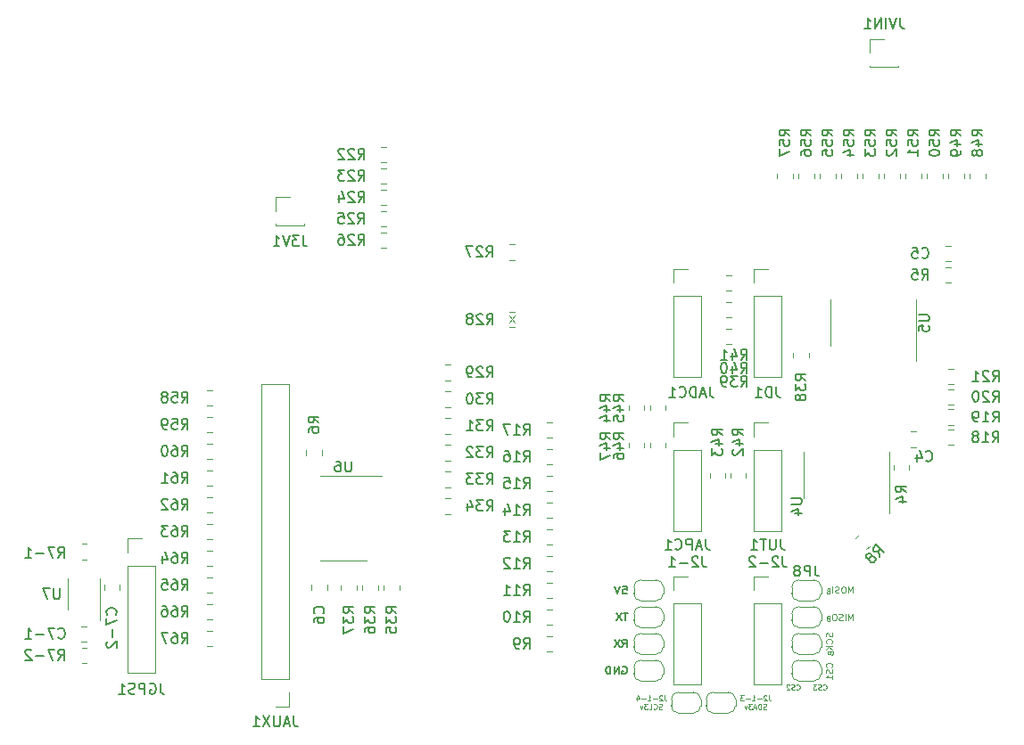
<source format=gbr>
%TF.GenerationSoftware,KiCad,Pcbnew,6.0.2+dfsg-1*%
%TF.CreationDate,2023-07-10T21:46:12-06:00*%
%TF.ProjectId,SpectDroneControl,53706563-7444-4726-9f6e-65436f6e7472,rev?*%
%TF.SameCoordinates,PXbc941f8PY5f519c8*%
%TF.FileFunction,Legend,Bot*%
%TF.FilePolarity,Positive*%
%FSLAX46Y46*%
G04 Gerber Fmt 4.6, Leading zero omitted, Abs format (unit mm)*
G04 Created by KiCad (PCBNEW 6.0.2+dfsg-1) date 2023-07-10 21:46:12*
%MOMM*%
%LPD*%
G01*
G04 APERTURE LIST*
%ADD10C,0.100000*%
%ADD11C,0.125000*%
%ADD12C,0.187500*%
%ADD13C,0.150000*%
%ADD14C,0.120000*%
G04 APERTURE END LIST*
D10*
X-21344096Y-33613690D02*
X-21344096Y-33970833D01*
X-21320286Y-34042261D01*
X-21272667Y-34089880D01*
X-21201239Y-34113690D01*
X-21153620Y-34113690D01*
X-21558381Y-33661309D02*
X-21582191Y-33637500D01*
X-21629810Y-33613690D01*
X-21748858Y-33613690D01*
X-21796477Y-33637500D01*
X-21820286Y-33661309D01*
X-21844096Y-33708928D01*
X-21844096Y-33756547D01*
X-21820286Y-33827976D01*
X-21534572Y-34113690D01*
X-21844096Y-34113690D01*
X-22058381Y-33923214D02*
X-22439334Y-33923214D01*
X-22939334Y-34113690D02*
X-22653620Y-34113690D01*
X-22796477Y-34113690D02*
X-22796477Y-33613690D01*
X-22748858Y-33685119D01*
X-22701239Y-33732738D01*
X-22653620Y-33756547D01*
X-23153620Y-33923214D02*
X-23534572Y-33923214D01*
X-23725048Y-33613690D02*
X-24034572Y-33613690D01*
X-23867905Y-33804166D01*
X-23939334Y-33804166D01*
X-23986953Y-33827976D01*
X-24010762Y-33851785D01*
X-24034572Y-33899404D01*
X-24034572Y-34018452D01*
X-24010762Y-34066071D01*
X-23986953Y-34089880D01*
X-23939334Y-34113690D01*
X-23796477Y-34113690D01*
X-23748858Y-34089880D01*
X-23725048Y-34066071D01*
X-21570286Y-34894880D02*
X-21641715Y-34918690D01*
X-21760762Y-34918690D01*
X-21808381Y-34894880D01*
X-21832191Y-34871071D01*
X-21856000Y-34823452D01*
X-21856000Y-34775833D01*
X-21832191Y-34728214D01*
X-21808381Y-34704404D01*
X-21760762Y-34680595D01*
X-21665524Y-34656785D01*
X-21617905Y-34632976D01*
X-21594096Y-34609166D01*
X-21570286Y-34561547D01*
X-21570286Y-34513928D01*
X-21594096Y-34466309D01*
X-21617905Y-34442500D01*
X-21665524Y-34418690D01*
X-21784572Y-34418690D01*
X-21856000Y-34442500D01*
X-22070286Y-34918690D02*
X-22070286Y-34418690D01*
X-22189334Y-34418690D01*
X-22260762Y-34442500D01*
X-22308381Y-34490119D01*
X-22332191Y-34537738D01*
X-22356000Y-34632976D01*
X-22356000Y-34704404D01*
X-22332191Y-34799642D01*
X-22308381Y-34847261D01*
X-22260762Y-34894880D01*
X-22189334Y-34918690D01*
X-22070286Y-34918690D01*
X-22546477Y-34775833D02*
X-22784572Y-34775833D01*
X-22498858Y-34918690D02*
X-22665524Y-34418690D01*
X-22832191Y-34918690D01*
X-22951239Y-34418690D02*
X-23260762Y-34418690D01*
X-23094096Y-34609166D01*
X-23165524Y-34609166D01*
X-23213143Y-34632976D01*
X-23236953Y-34656785D01*
X-23260762Y-34704404D01*
X-23260762Y-34823452D01*
X-23236953Y-34871071D01*
X-23213143Y-34894880D01*
X-23165524Y-34918690D01*
X-23022667Y-34918690D01*
X-22975048Y-34894880D01*
X-22951239Y-34871071D01*
X-23427429Y-34585357D02*
X-23546477Y-34918690D01*
X-23665524Y-34585357D01*
X-18728572Y-33020771D02*
X-18704762Y-33044580D01*
X-18633334Y-33068390D01*
X-18585715Y-33068390D01*
X-18514286Y-33044580D01*
X-18466667Y-32996961D01*
X-18442858Y-32949342D01*
X-18419048Y-32854104D01*
X-18419048Y-32782676D01*
X-18442858Y-32687438D01*
X-18466667Y-32639819D01*
X-18514286Y-32592200D01*
X-18585715Y-32568390D01*
X-18633334Y-32568390D01*
X-18704762Y-32592200D01*
X-18728572Y-32616009D01*
X-18919048Y-33044580D02*
X-18990477Y-33068390D01*
X-19109524Y-33068390D01*
X-19157143Y-33044580D01*
X-19180953Y-33020771D01*
X-19204762Y-32973152D01*
X-19204762Y-32925533D01*
X-19180953Y-32877914D01*
X-19157143Y-32854104D01*
X-19109524Y-32830295D01*
X-19014286Y-32806485D01*
X-18966667Y-32782676D01*
X-18942858Y-32758866D01*
X-18919048Y-32711247D01*
X-18919048Y-32663628D01*
X-18942858Y-32616009D01*
X-18966667Y-32592200D01*
X-19014286Y-32568390D01*
X-19133334Y-32568390D01*
X-19204762Y-32592200D01*
X-19395239Y-32616009D02*
X-19419048Y-32592200D01*
X-19466667Y-32568390D01*
X-19585715Y-32568390D01*
X-19633334Y-32592200D01*
X-19657143Y-32616009D01*
X-19680953Y-32663628D01*
X-19680953Y-32711247D01*
X-19657143Y-32782676D01*
X-19371429Y-33068390D01*
X-19680953Y-33068390D01*
D11*
X-15385161Y-30913234D02*
X-15356589Y-30884663D01*
X-15328018Y-30798949D01*
X-15328018Y-30741806D01*
X-15356589Y-30656091D01*
X-15413732Y-30598949D01*
X-15470875Y-30570377D01*
X-15585161Y-30541806D01*
X-15670875Y-30541806D01*
X-15785161Y-30570377D01*
X-15842304Y-30598949D01*
X-15899446Y-30656091D01*
X-15928018Y-30741806D01*
X-15928018Y-30798949D01*
X-15899446Y-30884663D01*
X-15870875Y-30913234D01*
X-15356589Y-31141806D02*
X-15328018Y-31227520D01*
X-15328018Y-31370377D01*
X-15356589Y-31427520D01*
X-15385161Y-31456091D01*
X-15442304Y-31484663D01*
X-15499446Y-31484663D01*
X-15556589Y-31456091D01*
X-15585161Y-31427520D01*
X-15613732Y-31370377D01*
X-15642304Y-31256091D01*
X-15670875Y-31198949D01*
X-15699446Y-31170377D01*
X-15756589Y-31141806D01*
X-15813732Y-31141806D01*
X-15870875Y-31170377D01*
X-15899446Y-31198949D01*
X-15928018Y-31256091D01*
X-15928018Y-31398949D01*
X-15899446Y-31484663D01*
X-15328018Y-32056091D02*
X-15328018Y-31713234D01*
X-15328018Y-31884663D02*
X-15928018Y-31884663D01*
X-15842304Y-31827520D01*
X-15785161Y-31770377D01*
X-15756589Y-31713234D01*
X-13409625Y-26470377D02*
X-13409625Y-25870377D01*
X-13609625Y-26298949D01*
X-13809625Y-25870377D01*
X-13809625Y-26470377D01*
X-14095339Y-26470377D02*
X-14095339Y-25870377D01*
X-14352482Y-26441806D02*
X-14438196Y-26470377D01*
X-14581054Y-26470377D01*
X-14638196Y-26441806D01*
X-14666768Y-26413234D01*
X-14695339Y-26356091D01*
X-14695339Y-26298949D01*
X-14666768Y-26241806D01*
X-14638196Y-26213234D01*
X-14581054Y-26184663D01*
X-14466768Y-26156091D01*
X-14409625Y-26127520D01*
X-14381054Y-26098949D01*
X-14352482Y-26041806D01*
X-14352482Y-25984663D01*
X-14381054Y-25927520D01*
X-14409625Y-25898949D01*
X-14466768Y-25870377D01*
X-14609625Y-25870377D01*
X-14695339Y-25898949D01*
X-15066768Y-25870377D02*
X-15181054Y-25870377D01*
X-15238196Y-25898949D01*
X-15295339Y-25956091D01*
X-15323911Y-26070377D01*
X-15323911Y-26270377D01*
X-15295339Y-26384663D01*
X-15238196Y-26441806D01*
X-15181054Y-26470377D01*
X-15066768Y-26470377D01*
X-15009625Y-26441806D01*
X-14952482Y-26384663D01*
X-14923911Y-26270377D01*
X-14923911Y-26070377D01*
X-14952482Y-25956091D01*
X-15009625Y-25898949D01*
X-15066768Y-25870377D01*
X-15712482Y-26284663D02*
X-15781054Y-26307520D01*
X-15803911Y-26330377D01*
X-15826768Y-26376091D01*
X-15826768Y-26444663D01*
X-15803911Y-26490377D01*
X-15781054Y-26513234D01*
X-15735339Y-26536091D01*
X-15552482Y-26536091D01*
X-15552482Y-26056091D01*
X-15712482Y-26056091D01*
X-15758196Y-26078949D01*
X-15781054Y-26101806D01*
X-15803911Y-26147520D01*
X-15803911Y-26193234D01*
X-15781054Y-26238949D01*
X-15758196Y-26261806D01*
X-15712482Y-26284663D01*
X-15552482Y-26284663D01*
D10*
X-45486667Y2491534D02*
X-45953334Y1791534D01*
X-45953334Y2491534D02*
X-45486667Y1791534D01*
D12*
X-35237304Y-30867000D02*
X-35165875Y-30831285D01*
X-35058733Y-30831285D01*
X-34951590Y-30867000D01*
X-34880161Y-30938428D01*
X-34844447Y-31009857D01*
X-34808733Y-31152714D01*
X-34808733Y-31259857D01*
X-34844447Y-31402714D01*
X-34880161Y-31474142D01*
X-34951590Y-31545571D01*
X-35058733Y-31581285D01*
X-35130161Y-31581285D01*
X-35237304Y-31545571D01*
X-35273018Y-31509857D01*
X-35273018Y-31259857D01*
X-35130161Y-31259857D01*
X-35594447Y-31581285D02*
X-35594447Y-30831285D01*
X-36023018Y-31581285D01*
X-36023018Y-30831285D01*
X-36380161Y-31581285D02*
X-36380161Y-30831285D01*
X-36558733Y-30831285D01*
X-36665875Y-30867000D01*
X-36737304Y-30938428D01*
X-36773018Y-31009857D01*
X-36808733Y-31152714D01*
X-36808733Y-31259857D01*
X-36773018Y-31402714D01*
X-36737304Y-31474142D01*
X-36665875Y-31545571D01*
X-36558733Y-31581285D01*
X-36380161Y-31581285D01*
D10*
X-16189126Y-33020771D02*
X-16165316Y-33044580D01*
X-16093888Y-33068390D01*
X-16046269Y-33068390D01*
X-15974840Y-33044580D01*
X-15927221Y-32996961D01*
X-15903412Y-32949342D01*
X-15879602Y-32854104D01*
X-15879602Y-32782676D01*
X-15903412Y-32687438D01*
X-15927221Y-32639819D01*
X-15974840Y-32592200D01*
X-16046269Y-32568390D01*
X-16093888Y-32568390D01*
X-16165316Y-32592200D01*
X-16189126Y-32616009D01*
X-16379602Y-33044580D02*
X-16451031Y-33068390D01*
X-16570078Y-33068390D01*
X-16617697Y-33044580D01*
X-16641507Y-33020771D01*
X-16665316Y-32973152D01*
X-16665316Y-32925533D01*
X-16641507Y-32877914D01*
X-16617697Y-32854104D01*
X-16570078Y-32830295D01*
X-16474840Y-32806485D01*
X-16427221Y-32782676D01*
X-16403412Y-32758866D01*
X-16379602Y-32711247D01*
X-16379602Y-32663628D01*
X-16403412Y-32616009D01*
X-16427221Y-32592200D01*
X-16474840Y-32568390D01*
X-16593888Y-32568390D01*
X-16665316Y-32592200D01*
X-16831983Y-32568390D02*
X-17141507Y-32568390D01*
X-16974840Y-32758866D01*
X-17046269Y-32758866D01*
X-17093888Y-32782676D01*
X-17117697Y-32806485D01*
X-17141507Y-32854104D01*
X-17141507Y-32973152D01*
X-17117697Y-33020771D01*
X-17093888Y-33044580D01*
X-17046269Y-33068390D01*
X-16903412Y-33068390D01*
X-16855793Y-33044580D01*
X-16831983Y-33020771D01*
X-31250096Y-33613690D02*
X-31250096Y-33970833D01*
X-31226286Y-34042261D01*
X-31178667Y-34089880D01*
X-31107239Y-34113690D01*
X-31059620Y-34113690D01*
X-31464381Y-33661309D02*
X-31488191Y-33637500D01*
X-31535810Y-33613690D01*
X-31654858Y-33613690D01*
X-31702477Y-33637500D01*
X-31726286Y-33661309D01*
X-31750096Y-33708928D01*
X-31750096Y-33756547D01*
X-31726286Y-33827976D01*
X-31440572Y-34113690D01*
X-31750096Y-34113690D01*
X-31964381Y-33923214D02*
X-32345334Y-33923214D01*
X-32845334Y-34113690D02*
X-32559620Y-34113690D01*
X-32702477Y-34113690D02*
X-32702477Y-33613690D01*
X-32654858Y-33685119D01*
X-32607239Y-33732738D01*
X-32559620Y-33756547D01*
X-33059620Y-33923214D02*
X-33440572Y-33923214D01*
X-33892953Y-33780357D02*
X-33892953Y-34113690D01*
X-33773905Y-33589880D02*
X-33654858Y-33947023D01*
X-33964381Y-33947023D01*
X-31488191Y-34894880D02*
X-31559620Y-34918690D01*
X-31678667Y-34918690D01*
X-31726286Y-34894880D01*
X-31750096Y-34871071D01*
X-31773905Y-34823452D01*
X-31773905Y-34775833D01*
X-31750096Y-34728214D01*
X-31726286Y-34704404D01*
X-31678667Y-34680595D01*
X-31583429Y-34656785D01*
X-31535810Y-34632976D01*
X-31512000Y-34609166D01*
X-31488191Y-34561547D01*
X-31488191Y-34513928D01*
X-31512000Y-34466309D01*
X-31535810Y-34442500D01*
X-31583429Y-34418690D01*
X-31702477Y-34418690D01*
X-31773905Y-34442500D01*
X-32273905Y-34871071D02*
X-32250096Y-34894880D01*
X-32178667Y-34918690D01*
X-32131048Y-34918690D01*
X-32059620Y-34894880D01*
X-32012000Y-34847261D01*
X-31988191Y-34799642D01*
X-31964381Y-34704404D01*
X-31964381Y-34632976D01*
X-31988191Y-34537738D01*
X-32012000Y-34490119D01*
X-32059620Y-34442500D01*
X-32131048Y-34418690D01*
X-32178667Y-34418690D01*
X-32250096Y-34442500D01*
X-32273905Y-34466309D01*
X-32726286Y-34918690D02*
X-32488191Y-34918690D01*
X-32488191Y-34418690D01*
X-32845334Y-34418690D02*
X-33154858Y-34418690D01*
X-32988191Y-34609166D01*
X-33059620Y-34609166D01*
X-33107239Y-34632976D01*
X-33131048Y-34656785D01*
X-33154858Y-34704404D01*
X-33154858Y-34823452D01*
X-33131048Y-34871071D01*
X-33107239Y-34894880D01*
X-33059620Y-34918690D01*
X-32916762Y-34918690D01*
X-32869143Y-34894880D01*
X-32845334Y-34871071D01*
X-33321524Y-34585357D02*
X-33440572Y-34918690D01*
X-33559620Y-34585357D01*
D11*
X-15356589Y-27687520D02*
X-15328018Y-27773234D01*
X-15328018Y-27916091D01*
X-15356589Y-27973234D01*
X-15385161Y-28001806D01*
X-15442304Y-28030377D01*
X-15499446Y-28030377D01*
X-15556589Y-28001806D01*
X-15585161Y-27973234D01*
X-15613732Y-27916091D01*
X-15642304Y-27801806D01*
X-15670875Y-27744663D01*
X-15699446Y-27716091D01*
X-15756589Y-27687520D01*
X-15813732Y-27687520D01*
X-15870875Y-27716091D01*
X-15899446Y-27744663D01*
X-15928018Y-27801806D01*
X-15928018Y-27944663D01*
X-15899446Y-28030377D01*
X-15385161Y-28630377D02*
X-15356589Y-28601806D01*
X-15328018Y-28516091D01*
X-15328018Y-28458949D01*
X-15356589Y-28373234D01*
X-15413732Y-28316091D01*
X-15470875Y-28287520D01*
X-15585161Y-28258949D01*
X-15670875Y-28258949D01*
X-15785161Y-28287520D01*
X-15842304Y-28316091D01*
X-15899446Y-28373234D01*
X-15928018Y-28458949D01*
X-15928018Y-28516091D01*
X-15899446Y-28601806D01*
X-15870875Y-28630377D01*
X-15328018Y-28887520D02*
X-15928018Y-28887520D01*
X-15328018Y-29230377D02*
X-15670875Y-28973234D01*
X-15928018Y-29230377D02*
X-15585161Y-28887520D01*
X-15513732Y-29618949D02*
X-15490875Y-29687520D01*
X-15468018Y-29710377D01*
X-15422304Y-29733234D01*
X-15353732Y-29733234D01*
X-15308018Y-29710377D01*
X-15285161Y-29687520D01*
X-15262304Y-29641806D01*
X-15262304Y-29458949D01*
X-15742304Y-29458949D01*
X-15742304Y-29618949D01*
X-15719446Y-29664663D01*
X-15696589Y-29687520D01*
X-15650875Y-29710377D01*
X-15605161Y-29710377D01*
X-15559446Y-29687520D01*
X-15536589Y-29664663D01*
X-15513732Y-29618949D01*
X-15513732Y-29458949D01*
D12*
X-34736750Y-25750234D02*
X-35165321Y-25750234D01*
X-34951036Y-26500234D02*
X-34951036Y-25750234D01*
X-35343893Y-25750234D02*
X-35843893Y-26500234D01*
X-35843893Y-25750234D02*
X-35343893Y-26500234D01*
D11*
X-13409625Y-23870377D02*
X-13409625Y-23270377D01*
X-13609625Y-23698949D01*
X-13809625Y-23270377D01*
X-13809625Y-23870377D01*
X-14209625Y-23270377D02*
X-14323911Y-23270377D01*
X-14381054Y-23298949D01*
X-14438196Y-23356091D01*
X-14466768Y-23470377D01*
X-14466768Y-23670377D01*
X-14438196Y-23784663D01*
X-14381054Y-23841806D01*
X-14323911Y-23870377D01*
X-14209625Y-23870377D01*
X-14152482Y-23841806D01*
X-14095339Y-23784663D01*
X-14066768Y-23670377D01*
X-14066768Y-23470377D01*
X-14095339Y-23356091D01*
X-14152482Y-23298949D01*
X-14209625Y-23270377D01*
X-14695339Y-23841806D02*
X-14781054Y-23870377D01*
X-14923911Y-23870377D01*
X-14981054Y-23841806D01*
X-15009625Y-23813234D01*
X-15038196Y-23756091D01*
X-15038196Y-23698949D01*
X-15009625Y-23641806D01*
X-14981054Y-23613234D01*
X-14923911Y-23584663D01*
X-14809625Y-23556091D01*
X-14752482Y-23527520D01*
X-14723911Y-23498949D01*
X-14695339Y-23441806D01*
X-14695339Y-23384663D01*
X-14723911Y-23327520D01*
X-14752482Y-23298949D01*
X-14809625Y-23270377D01*
X-14952482Y-23270377D01*
X-15038196Y-23298949D01*
X-15295339Y-23870377D02*
X-15295339Y-23270377D01*
X-15712482Y-23684663D02*
X-15781054Y-23707520D01*
X-15803911Y-23730377D01*
X-15826768Y-23776091D01*
X-15826768Y-23844663D01*
X-15803911Y-23890377D01*
X-15781054Y-23913234D01*
X-15735339Y-23936091D01*
X-15552482Y-23936091D01*
X-15552482Y-23456091D01*
X-15712482Y-23456091D01*
X-15758196Y-23478949D01*
X-15781054Y-23501806D01*
X-15803911Y-23547520D01*
X-15803911Y-23593234D01*
X-15781054Y-23638949D01*
X-15758196Y-23661806D01*
X-15712482Y-23684663D01*
X-15552482Y-23684663D01*
D12*
X-35201590Y-23211285D02*
X-34844447Y-23211285D01*
X-34808733Y-23568428D01*
X-34844447Y-23532714D01*
X-34915875Y-23497000D01*
X-35094447Y-23497000D01*
X-35165875Y-23532714D01*
X-35201590Y-23568428D01*
X-35237304Y-23639857D01*
X-35237304Y-23818428D01*
X-35201590Y-23889857D01*
X-35165875Y-23925571D01*
X-35094447Y-23961285D01*
X-34915875Y-23961285D01*
X-34844447Y-23925571D01*
X-34808733Y-23889857D01*
X-35451590Y-23211285D02*
X-35701590Y-23961285D01*
X-35951590Y-23211285D01*
X-35272464Y-29040234D02*
X-35022464Y-28683091D01*
X-34843893Y-29040234D02*
X-34843893Y-28290234D01*
X-35129607Y-28290234D01*
X-35201036Y-28325949D01*
X-35236750Y-28361663D01*
X-35272464Y-28433091D01*
X-35272464Y-28540234D01*
X-35236750Y-28611663D01*
X-35201036Y-28647377D01*
X-35129607Y-28683091D01*
X-34843893Y-28683091D01*
X-35522464Y-28290234D02*
X-36022464Y-29040234D01*
X-36022464Y-28290234D02*
X-35522464Y-29040234D01*
D13*
%TO.C,R55*%
X-15295620Y19565858D02*
X-15771810Y19899191D01*
X-15295620Y20137286D02*
X-16295620Y20137286D01*
X-16295620Y19756334D01*
X-16248000Y19661096D01*
X-16200381Y19613477D01*
X-16105143Y19565858D01*
X-15962286Y19565858D01*
X-15867048Y19613477D01*
X-15819429Y19661096D01*
X-15771810Y19756334D01*
X-15771810Y20137286D01*
X-16295620Y18661096D02*
X-16295620Y19137286D01*
X-15819429Y19184905D01*
X-15867048Y19137286D01*
X-15914667Y19042048D01*
X-15914667Y18803953D01*
X-15867048Y18708715D01*
X-15819429Y18661096D01*
X-15724191Y18613477D01*
X-15486096Y18613477D01*
X-15390858Y18661096D01*
X-15343239Y18708715D01*
X-15295620Y18803953D01*
X-15295620Y19042048D01*
X-15343239Y19137286D01*
X-15390858Y19184905D01*
X-16295620Y17708715D02*
X-16295620Y18184905D01*
X-15819429Y18232524D01*
X-15867048Y18184905D01*
X-15914667Y18089667D01*
X-15914667Y17851572D01*
X-15867048Y17756334D01*
X-15819429Y17708715D01*
X-15724191Y17661096D01*
X-15486096Y17661096D01*
X-15390858Y17708715D01*
X-15343239Y17756334D01*
X-15295620Y17851572D01*
X-15295620Y18089667D01*
X-15343239Y18184905D01*
X-15390858Y18232524D01*
%TO.C,JUT1*%
X-20223905Y-18756380D02*
X-20223905Y-19470666D01*
X-20176286Y-19613523D01*
X-20081048Y-19708761D01*
X-19938191Y-19756380D01*
X-19842953Y-19756380D01*
X-20700096Y-18756380D02*
X-20700096Y-19565904D01*
X-20747715Y-19661142D01*
X-20795334Y-19708761D01*
X-20890572Y-19756380D01*
X-21081048Y-19756380D01*
X-21176286Y-19708761D01*
X-21223905Y-19661142D01*
X-21271524Y-19565904D01*
X-21271524Y-18756380D01*
X-21604858Y-18756380D02*
X-22176286Y-18756380D01*
X-21890572Y-19756380D02*
X-21890572Y-18756380D01*
X-23033429Y-19756380D02*
X-22462000Y-19756380D01*
X-22747715Y-19756380D02*
X-22747715Y-18756380D01*
X-22652477Y-18899238D01*
X-22557239Y-18994476D01*
X-22462000Y-19042095D01*
%TO.C,R47*%
X-36377620Y-9263142D02*
X-36853810Y-8929809D01*
X-36377620Y-8691714D02*
X-37377620Y-8691714D01*
X-37377620Y-9072666D01*
X-37330000Y-9167904D01*
X-37282381Y-9215523D01*
X-37187143Y-9263142D01*
X-37044286Y-9263142D01*
X-36949048Y-9215523D01*
X-36901429Y-9167904D01*
X-36853810Y-9072666D01*
X-36853810Y-8691714D01*
X-37044286Y-10120285D02*
X-36377620Y-10120285D01*
X-37425239Y-9882190D02*
X-36710953Y-9644095D01*
X-36710953Y-10263142D01*
X-37377620Y-10548857D02*
X-37377620Y-11215523D01*
X-36377620Y-10786952D01*
%TO.C,R42*%
X-23804620Y-8882142D02*
X-24280810Y-8548809D01*
X-23804620Y-8310714D02*
X-24804620Y-8310714D01*
X-24804620Y-8691666D01*
X-24757000Y-8786904D01*
X-24709381Y-8834523D01*
X-24614143Y-8882142D01*
X-24471286Y-8882142D01*
X-24376048Y-8834523D01*
X-24328429Y-8786904D01*
X-24280810Y-8691666D01*
X-24280810Y-8310714D01*
X-24471286Y-9739285D02*
X-23804620Y-9739285D01*
X-24852239Y-9501190D02*
X-24137953Y-9263095D01*
X-24137953Y-9882142D01*
X-24709381Y-10215476D02*
X-24757000Y-10263095D01*
X-24804620Y-10358333D01*
X-24804620Y-10596428D01*
X-24757000Y-10691666D01*
X-24709381Y-10739285D01*
X-24614143Y-10786904D01*
X-24518905Y-10786904D01*
X-24376048Y-10739285D01*
X-23804620Y-10167857D01*
X-23804620Y-10786904D01*
%TO.C,R21*%
X-93262Y-3753329D02*
X240071Y-3277139D01*
X478166Y-3753329D02*
X478166Y-2753329D01*
X97214Y-2753329D01*
X1976Y-2800949D01*
X-45643Y-2848568D01*
X-93262Y-2943806D01*
X-93262Y-3086663D01*
X-45643Y-3181901D01*
X1976Y-3229520D01*
X97214Y-3277139D01*
X478166Y-3277139D01*
X-474215Y-2848568D02*
X-521834Y-2800949D01*
X-617072Y-2753329D01*
X-855167Y-2753329D01*
X-950405Y-2800949D01*
X-998024Y-2848568D01*
X-1045643Y-2943806D01*
X-1045643Y-3039044D01*
X-998024Y-3181901D01*
X-426596Y-3753329D01*
X-1045643Y-3753329D01*
X-1998024Y-3753329D02*
X-1426596Y-3753329D01*
X-1712310Y-3753329D02*
X-1712310Y-2753329D01*
X-1617072Y-2896187D01*
X-1521834Y-2991425D01*
X-1426596Y-3039044D01*
%TO.C,R13*%
X-44595024Y-18994380D02*
X-44261691Y-18518190D01*
X-44023596Y-18994380D02*
X-44023596Y-17994380D01*
X-44404548Y-17994380D01*
X-44499786Y-18042000D01*
X-44547405Y-18089619D01*
X-44595024Y-18184857D01*
X-44595024Y-18327714D01*
X-44547405Y-18422952D01*
X-44499786Y-18470571D01*
X-44404548Y-18518190D01*
X-44023596Y-18518190D01*
X-45547405Y-18994380D02*
X-44975977Y-18994380D01*
X-45261691Y-18994380D02*
X-45261691Y-17994380D01*
X-45166453Y-18137238D01*
X-45071215Y-18232476D01*
X-44975977Y-18280095D01*
X-45880739Y-17994380D02*
X-46499786Y-17994380D01*
X-46166453Y-18375333D01*
X-46309310Y-18375333D01*
X-46404548Y-18422952D01*
X-46452167Y-18470571D01*
X-46499786Y-18565809D01*
X-46499786Y-18803904D01*
X-46452167Y-18899142D01*
X-46404548Y-18946761D01*
X-46309310Y-18994380D01*
X-46023596Y-18994380D01*
X-45928358Y-18946761D01*
X-45880739Y-18899142D01*
%TO.C,R36*%
X-58729620Y-25773142D02*
X-59205810Y-25439809D01*
X-58729620Y-25201714D02*
X-59729620Y-25201714D01*
X-59729620Y-25582666D01*
X-59682000Y-25677904D01*
X-59634381Y-25725523D01*
X-59539143Y-25773142D01*
X-59396286Y-25773142D01*
X-59301048Y-25725523D01*
X-59253429Y-25677904D01*
X-59205810Y-25582666D01*
X-59205810Y-25201714D01*
X-59729620Y-26106476D02*
X-59729620Y-26725523D01*
X-59348667Y-26392190D01*
X-59348667Y-26535047D01*
X-59301048Y-26630285D01*
X-59253429Y-26677904D01*
X-59158191Y-26725523D01*
X-58920096Y-26725523D01*
X-58824858Y-26677904D01*
X-58777239Y-26630285D01*
X-58729620Y-26535047D01*
X-58729620Y-26249333D01*
X-58777239Y-26154095D01*
X-58824858Y-26106476D01*
X-59729620Y-27582666D02*
X-59729620Y-27392190D01*
X-59682000Y-27296952D01*
X-59634381Y-27249333D01*
X-59491524Y-27154095D01*
X-59301048Y-27106476D01*
X-58920096Y-27106476D01*
X-58824858Y-27154095D01*
X-58777239Y-27201714D01*
X-58729620Y-27296952D01*
X-58729620Y-27487428D01*
X-58777239Y-27582666D01*
X-58824858Y-27630285D01*
X-58920096Y-27677904D01*
X-59158191Y-27677904D01*
X-59253429Y-27630285D01*
X-59301048Y-27582666D01*
X-59348667Y-27487428D01*
X-59348667Y-27296952D01*
X-59301048Y-27201714D01*
X-59253429Y-27154095D01*
X-59158191Y-27106476D01*
%TO.C,R41*%
X-23995143Y-1722380D02*
X-23661810Y-1246190D01*
X-23423715Y-1722380D02*
X-23423715Y-722380D01*
X-23804667Y-722380D01*
X-23899905Y-770000D01*
X-23947524Y-817619D01*
X-23995143Y-912857D01*
X-23995143Y-1055714D01*
X-23947524Y-1150952D01*
X-23899905Y-1198571D01*
X-23804667Y-1246190D01*
X-23423715Y-1246190D01*
X-24852286Y-1055714D02*
X-24852286Y-1722380D01*
X-24614191Y-674761D02*
X-24376096Y-1389047D01*
X-24995143Y-1389047D01*
X-25899905Y-1722380D02*
X-25328477Y-1722380D01*
X-25614191Y-1722380D02*
X-25614191Y-722380D01*
X-25518953Y-865238D01*
X-25423715Y-960476D01*
X-25328477Y-1008095D01*
%TO.C,R64*%
X-77081143Y-21026380D02*
X-76747810Y-20550190D01*
X-76509715Y-21026380D02*
X-76509715Y-20026380D01*
X-76890667Y-20026380D01*
X-76985905Y-20074000D01*
X-77033524Y-20121619D01*
X-77081143Y-20216857D01*
X-77081143Y-20359714D01*
X-77033524Y-20454952D01*
X-76985905Y-20502571D01*
X-76890667Y-20550190D01*
X-76509715Y-20550190D01*
X-77938286Y-20026380D02*
X-77747810Y-20026380D01*
X-77652572Y-20074000D01*
X-77604953Y-20121619D01*
X-77509715Y-20264476D01*
X-77462096Y-20454952D01*
X-77462096Y-20835904D01*
X-77509715Y-20931142D01*
X-77557334Y-20978761D01*
X-77652572Y-21026380D01*
X-77843048Y-21026380D01*
X-77938286Y-20978761D01*
X-77985905Y-20931142D01*
X-78033524Y-20835904D01*
X-78033524Y-20597809D01*
X-77985905Y-20502571D01*
X-77938286Y-20454952D01*
X-77843048Y-20407333D01*
X-77652572Y-20407333D01*
X-77557334Y-20454952D01*
X-77509715Y-20502571D01*
X-77462096Y-20597809D01*
X-78890667Y-20359714D02*
X-78890667Y-21026380D01*
X-78652572Y-19978761D02*
X-78414477Y-20693047D01*
X-79033524Y-20693047D01*
%TO.C,R29*%
X-48125143Y-3373380D02*
X-47791810Y-2897190D01*
X-47553715Y-3373380D02*
X-47553715Y-2373380D01*
X-47934667Y-2373380D01*
X-48029905Y-2421000D01*
X-48077524Y-2468619D01*
X-48125143Y-2563857D01*
X-48125143Y-2706714D01*
X-48077524Y-2801952D01*
X-48029905Y-2849571D01*
X-47934667Y-2897190D01*
X-47553715Y-2897190D01*
X-48506096Y-2468619D02*
X-48553715Y-2421000D01*
X-48648953Y-2373380D01*
X-48887048Y-2373380D01*
X-48982286Y-2421000D01*
X-49029905Y-2468619D01*
X-49077524Y-2563857D01*
X-49077524Y-2659095D01*
X-49029905Y-2801952D01*
X-48458477Y-3373380D01*
X-49077524Y-3373380D01*
X-49553715Y-3373380D02*
X-49744191Y-3373380D01*
X-49839429Y-3325761D01*
X-49887048Y-3278142D01*
X-49982286Y-3135285D01*
X-50029905Y-2944809D01*
X-50029905Y-2563857D01*
X-49982286Y-2468619D01*
X-49934667Y-2421000D01*
X-49839429Y-2373380D01*
X-49648953Y-2373380D01*
X-49553715Y-2421000D01*
X-49506096Y-2468619D01*
X-49458477Y-2563857D01*
X-49458477Y-2801952D01*
X-49506096Y-2897190D01*
X-49553715Y-2944809D01*
X-49648953Y-2992428D01*
X-49839429Y-2992428D01*
X-49934667Y-2944809D01*
X-49982286Y-2897190D01*
X-50029905Y-2801952D01*
%TO.C,R61*%
X-77081143Y-13406380D02*
X-76747810Y-12930190D01*
X-76509715Y-13406380D02*
X-76509715Y-12406380D01*
X-76890667Y-12406380D01*
X-76985905Y-12454000D01*
X-77033524Y-12501619D01*
X-77081143Y-12596857D01*
X-77081143Y-12739714D01*
X-77033524Y-12834952D01*
X-76985905Y-12882571D01*
X-76890667Y-12930190D01*
X-76509715Y-12930190D01*
X-77938286Y-12406380D02*
X-77747810Y-12406380D01*
X-77652572Y-12454000D01*
X-77604953Y-12501619D01*
X-77509715Y-12644476D01*
X-77462096Y-12834952D01*
X-77462096Y-13215904D01*
X-77509715Y-13311142D01*
X-77557334Y-13358761D01*
X-77652572Y-13406380D01*
X-77843048Y-13406380D01*
X-77938286Y-13358761D01*
X-77985905Y-13311142D01*
X-78033524Y-13215904D01*
X-78033524Y-12977809D01*
X-77985905Y-12882571D01*
X-77938286Y-12834952D01*
X-77843048Y-12787333D01*
X-77652572Y-12787333D01*
X-77557334Y-12834952D01*
X-77509715Y-12882571D01*
X-77462096Y-12977809D01*
X-78985905Y-13406380D02*
X-78414477Y-13406380D01*
X-78700191Y-13406380D02*
X-78700191Y-12406380D01*
X-78604953Y-12549238D01*
X-78509715Y-12644476D01*
X-78414477Y-12692095D01*
%TO.C,C5*%
X-6818334Y8024858D02*
X-6770715Y7977239D01*
X-6627858Y7929620D01*
X-6532620Y7929620D01*
X-6389762Y7977239D01*
X-6294524Y8072477D01*
X-6246905Y8167715D01*
X-6199286Y8358191D01*
X-6199286Y8501048D01*
X-6246905Y8691524D01*
X-6294524Y8786762D01*
X-6389762Y8882000D01*
X-6532620Y8929620D01*
X-6627858Y8929620D01*
X-6770715Y8882000D01*
X-6818334Y8834381D01*
X-7723096Y8929620D02*
X-7246905Y8929620D01*
X-7199286Y8453429D01*
X-7246905Y8501048D01*
X-7342143Y8548667D01*
X-7580239Y8548667D01*
X-7675477Y8501048D01*
X-7723096Y8453429D01*
X-7770715Y8358191D01*
X-7770715Y8120096D01*
X-7723096Y8024858D01*
X-7675477Y7977239D01*
X-7580239Y7929620D01*
X-7342143Y7929620D01*
X-7246905Y7977239D01*
X-7199286Y8024858D01*
%TO.C,R40*%
X-23995143Y-2992380D02*
X-23661810Y-2516190D01*
X-23423715Y-2992380D02*
X-23423715Y-1992380D01*
X-23804667Y-1992380D01*
X-23899905Y-2040000D01*
X-23947524Y-2087619D01*
X-23995143Y-2182857D01*
X-23995143Y-2325714D01*
X-23947524Y-2420952D01*
X-23899905Y-2468571D01*
X-23804667Y-2516190D01*
X-23423715Y-2516190D01*
X-24852286Y-2325714D02*
X-24852286Y-2992380D01*
X-24614191Y-1944761D02*
X-24376096Y-2659047D01*
X-24995143Y-2659047D01*
X-25566572Y-1992380D02*
X-25661810Y-1992380D01*
X-25757048Y-2040000D01*
X-25804667Y-2087619D01*
X-25852286Y-2182857D01*
X-25899905Y-2373333D01*
X-25899905Y-2611428D01*
X-25852286Y-2801904D01*
X-25804667Y-2897142D01*
X-25757048Y-2944761D01*
X-25661810Y-2992380D01*
X-25566572Y-2992380D01*
X-25471334Y-2944761D01*
X-25423715Y-2897142D01*
X-25376096Y-2801904D01*
X-25328477Y-2611428D01*
X-25328477Y-2373333D01*
X-25376096Y-2182857D01*
X-25423715Y-2087619D01*
X-25471334Y-2040000D01*
X-25566572Y-1992380D01*
%TO.C,C6*%
X-63650858Y-25807333D02*
X-63603239Y-25759714D01*
X-63555620Y-25616857D01*
X-63555620Y-25521619D01*
X-63603239Y-25378761D01*
X-63698477Y-25283523D01*
X-63793715Y-25235904D01*
X-63984191Y-25188285D01*
X-64127048Y-25188285D01*
X-64317524Y-25235904D01*
X-64412762Y-25283523D01*
X-64508000Y-25378761D01*
X-64555620Y-25521619D01*
X-64555620Y-25616857D01*
X-64508000Y-25759714D01*
X-64460381Y-25807333D01*
X-64555620Y-26664476D02*
X-64555620Y-26474000D01*
X-64508000Y-26378761D01*
X-64460381Y-26331142D01*
X-64317524Y-26235904D01*
X-64127048Y-26188285D01*
X-63746096Y-26188285D01*
X-63650858Y-26235904D01*
X-63603239Y-26283523D01*
X-63555620Y-26378761D01*
X-63555620Y-26569238D01*
X-63603239Y-26664476D01*
X-63650858Y-26712095D01*
X-63746096Y-26759714D01*
X-63984191Y-26759714D01*
X-64079429Y-26712095D01*
X-64127048Y-26664476D01*
X-64174667Y-26569238D01*
X-64174667Y-26378761D01*
X-64127048Y-26283523D01*
X-64079429Y-26235904D01*
X-63984191Y-26188285D01*
%TO.C,J2-1*%
X-27653875Y-20407380D02*
X-27653875Y-21121666D01*
X-27606256Y-21264523D01*
X-27511018Y-21359761D01*
X-27368161Y-21407380D01*
X-27272923Y-21407380D01*
X-28082446Y-20502619D02*
X-28130066Y-20455000D01*
X-28225304Y-20407380D01*
X-28463399Y-20407380D01*
X-28558637Y-20455000D01*
X-28606256Y-20502619D01*
X-28653875Y-20597857D01*
X-28653875Y-20693095D01*
X-28606256Y-20835952D01*
X-28034827Y-21407380D01*
X-28653875Y-21407380D01*
X-29082446Y-21026428D02*
X-29844351Y-21026428D01*
X-30844351Y-21407380D02*
X-30272923Y-21407380D01*
X-30558637Y-21407380D02*
X-30558637Y-20407380D01*
X-30463399Y-20550238D01*
X-30368161Y-20645476D01*
X-30272923Y-20693095D01*
%TO.C,JD1*%
X-20628667Y-4278380D02*
X-20628667Y-4992666D01*
X-20581048Y-5135523D01*
X-20485810Y-5230761D01*
X-20342953Y-5278380D01*
X-20247715Y-5278380D01*
X-21104858Y-5278380D02*
X-21104858Y-4278380D01*
X-21342953Y-4278380D01*
X-21485810Y-4326000D01*
X-21581048Y-4421238D01*
X-21628667Y-4516476D01*
X-21676286Y-4706952D01*
X-21676286Y-4849809D01*
X-21628667Y-5040285D01*
X-21581048Y-5135523D01*
X-21485810Y-5230761D01*
X-21342953Y-5278380D01*
X-21104858Y-5278380D01*
X-22628667Y-5278380D02*
X-22057239Y-5278380D01*
X-22342953Y-5278380D02*
X-22342953Y-4278380D01*
X-22247715Y-4421238D01*
X-22152477Y-4516476D01*
X-22057239Y-4564095D01*
%TO.C,R66*%
X-77081143Y-26106380D02*
X-76747810Y-25630190D01*
X-76509715Y-26106380D02*
X-76509715Y-25106380D01*
X-76890667Y-25106380D01*
X-76985905Y-25154000D01*
X-77033524Y-25201619D01*
X-77081143Y-25296857D01*
X-77081143Y-25439714D01*
X-77033524Y-25534952D01*
X-76985905Y-25582571D01*
X-76890667Y-25630190D01*
X-76509715Y-25630190D01*
X-77938286Y-25106380D02*
X-77747810Y-25106380D01*
X-77652572Y-25154000D01*
X-77604953Y-25201619D01*
X-77509715Y-25344476D01*
X-77462096Y-25534952D01*
X-77462096Y-25915904D01*
X-77509715Y-26011142D01*
X-77557334Y-26058761D01*
X-77652572Y-26106380D01*
X-77843048Y-26106380D01*
X-77938286Y-26058761D01*
X-77985905Y-26011142D01*
X-78033524Y-25915904D01*
X-78033524Y-25677809D01*
X-77985905Y-25582571D01*
X-77938286Y-25534952D01*
X-77843048Y-25487333D01*
X-77652572Y-25487333D01*
X-77557334Y-25534952D01*
X-77509715Y-25582571D01*
X-77462096Y-25677809D01*
X-78890667Y-25106380D02*
X-78700191Y-25106380D01*
X-78604953Y-25154000D01*
X-78557334Y-25201619D01*
X-78462096Y-25344476D01*
X-78414477Y-25534952D01*
X-78414477Y-25915904D01*
X-78462096Y-26011142D01*
X-78509715Y-26058761D01*
X-78604953Y-26106380D01*
X-78795429Y-26106380D01*
X-78890667Y-26058761D01*
X-78938286Y-26011142D01*
X-78985905Y-25915904D01*
X-78985905Y-25677809D01*
X-78938286Y-25582571D01*
X-78890667Y-25534952D01*
X-78795429Y-25487333D01*
X-78604953Y-25487333D01*
X-78509715Y-25534952D01*
X-78462096Y-25582571D01*
X-78414477Y-25677809D01*
%TO.C,R9*%
X-44595024Y-29154380D02*
X-44261691Y-28678190D01*
X-44023596Y-29154380D02*
X-44023596Y-28154380D01*
X-44404548Y-28154380D01*
X-44499786Y-28202000D01*
X-44547405Y-28249619D01*
X-44595024Y-28344857D01*
X-44595024Y-28487714D01*
X-44547405Y-28582952D01*
X-44499786Y-28630571D01*
X-44404548Y-28678190D01*
X-44023596Y-28678190D01*
X-45071215Y-29154380D02*
X-45261691Y-29154380D01*
X-45356929Y-29106761D01*
X-45404548Y-29059142D01*
X-45499786Y-28916285D01*
X-45547405Y-28725809D01*
X-45547405Y-28344857D01*
X-45499786Y-28249619D01*
X-45452167Y-28202000D01*
X-45356929Y-28154380D01*
X-45166453Y-28154380D01*
X-45071215Y-28202000D01*
X-45023596Y-28249619D01*
X-44975977Y-28344857D01*
X-44975977Y-28582952D01*
X-45023596Y-28678190D01*
X-45071215Y-28725809D01*
X-45166453Y-28773428D01*
X-45356929Y-28773428D01*
X-45452167Y-28725809D01*
X-45499786Y-28678190D01*
X-45547405Y-28582952D01*
%TO.C,U7*%
X-88656596Y-23454329D02*
X-88656596Y-24263853D01*
X-88704215Y-24359091D01*
X-88751834Y-24406710D01*
X-88847072Y-24454329D01*
X-89037548Y-24454329D01*
X-89132786Y-24406710D01*
X-89180405Y-24359091D01*
X-89228024Y-24263853D01*
X-89228024Y-23454329D01*
X-89608977Y-23454329D02*
X-90275643Y-23454329D01*
X-89847072Y-24454329D01*
%TO.C,C4*%
X-6437334Y-11279142D02*
X-6389715Y-11326761D01*
X-6246858Y-11374380D01*
X-6151620Y-11374380D01*
X-6008762Y-11326761D01*
X-5913524Y-11231523D01*
X-5865905Y-11136285D01*
X-5818286Y-10945809D01*
X-5818286Y-10802952D01*
X-5865905Y-10612476D01*
X-5913524Y-10517238D01*
X-6008762Y-10422000D01*
X-6151620Y-10374380D01*
X-6246858Y-10374380D01*
X-6389715Y-10422000D01*
X-6437334Y-10469619D01*
X-7294477Y-10707714D02*
X-7294477Y-11374380D01*
X-7056381Y-10326761D02*
X-6818286Y-11041047D01*
X-7437334Y-11041047D01*
%TO.C,R5*%
X-6818334Y5897620D02*
X-6485000Y6373810D01*
X-6246905Y5897620D02*
X-6246905Y6897620D01*
X-6627858Y6897620D01*
X-6723096Y6850000D01*
X-6770715Y6802381D01*
X-6818334Y6707143D01*
X-6818334Y6564286D01*
X-6770715Y6469048D01*
X-6723096Y6421429D01*
X-6627858Y6373810D01*
X-6246905Y6373810D01*
X-7723096Y6897620D02*
X-7246905Y6897620D01*
X-7199286Y6421429D01*
X-7246905Y6469048D01*
X-7342143Y6516667D01*
X-7580239Y6516667D01*
X-7675477Y6469048D01*
X-7723096Y6421429D01*
X-7770715Y6326191D01*
X-7770715Y6088096D01*
X-7723096Y5992858D01*
X-7675477Y5945239D01*
X-7580239Y5897620D01*
X-7342143Y5897620D01*
X-7246905Y5945239D01*
X-7199286Y5992858D01*
%TO.C,R23*%
X-60317143Y15295620D02*
X-59983810Y15771810D01*
X-59745715Y15295620D02*
X-59745715Y16295620D01*
X-60126667Y16295620D01*
X-60221905Y16248000D01*
X-60269524Y16200381D01*
X-60317143Y16105143D01*
X-60317143Y15962286D01*
X-60269524Y15867048D01*
X-60221905Y15819429D01*
X-60126667Y15771810D01*
X-59745715Y15771810D01*
X-60698096Y16200381D02*
X-60745715Y16248000D01*
X-60840953Y16295620D01*
X-61079048Y16295620D01*
X-61174286Y16248000D01*
X-61221905Y16200381D01*
X-61269524Y16105143D01*
X-61269524Y16009905D01*
X-61221905Y15867048D01*
X-60650477Y15295620D01*
X-61269524Y15295620D01*
X-61602858Y16295620D02*
X-62221905Y16295620D01*
X-61888572Y15914667D01*
X-62031429Y15914667D01*
X-62126667Y15867048D01*
X-62174286Y15819429D01*
X-62221905Y15724191D01*
X-62221905Y15486096D01*
X-62174286Y15390858D01*
X-62126667Y15343239D01*
X-62031429Y15295620D01*
X-61745715Y15295620D01*
X-61650477Y15343239D01*
X-61602858Y15390858D01*
%TO.C,R20*%
X-93262Y-5684780D02*
X240071Y-5208590D01*
X478166Y-5684780D02*
X478166Y-4684780D01*
X97214Y-4684780D01*
X1976Y-4732400D01*
X-45643Y-4780019D01*
X-93262Y-4875257D01*
X-93262Y-5018114D01*
X-45643Y-5113352D01*
X1976Y-5160971D01*
X97214Y-5208590D01*
X478166Y-5208590D01*
X-474215Y-4780019D02*
X-521834Y-4732400D01*
X-617072Y-4684780D01*
X-855167Y-4684780D01*
X-950405Y-4732400D01*
X-998024Y-4780019D01*
X-1045643Y-4875257D01*
X-1045643Y-4970495D01*
X-998024Y-5113352D01*
X-426596Y-5684780D01*
X-1045643Y-5684780D01*
X-1664691Y-4684780D02*
X-1759929Y-4684780D01*
X-1855167Y-4732400D01*
X-1902786Y-4780019D01*
X-1950405Y-4875257D01*
X-1998024Y-5065733D01*
X-1998024Y-5303828D01*
X-1950405Y-5494304D01*
X-1902786Y-5589542D01*
X-1855167Y-5637161D01*
X-1759929Y-5684780D01*
X-1664691Y-5684780D01*
X-1569453Y-5637161D01*
X-1521834Y-5589542D01*
X-1474215Y-5494304D01*
X-1426596Y-5303828D01*
X-1426596Y-5065733D01*
X-1474215Y-4875257D01*
X-1521834Y-4780019D01*
X-1569453Y-4732400D01*
X-1664691Y-4684780D01*
%TO.C,R50*%
X-5135620Y19565858D02*
X-5611810Y19899191D01*
X-5135620Y20137286D02*
X-6135620Y20137286D01*
X-6135620Y19756334D01*
X-6088000Y19661096D01*
X-6040381Y19613477D01*
X-5945143Y19565858D01*
X-5802286Y19565858D01*
X-5707048Y19613477D01*
X-5659429Y19661096D01*
X-5611810Y19756334D01*
X-5611810Y20137286D01*
X-6135620Y18661096D02*
X-6135620Y19137286D01*
X-5659429Y19184905D01*
X-5707048Y19137286D01*
X-5754667Y19042048D01*
X-5754667Y18803953D01*
X-5707048Y18708715D01*
X-5659429Y18661096D01*
X-5564191Y18613477D01*
X-5326096Y18613477D01*
X-5230858Y18661096D01*
X-5183239Y18708715D01*
X-5135620Y18803953D01*
X-5135620Y19042048D01*
X-5183239Y19137286D01*
X-5230858Y19184905D01*
X-6135620Y17994429D02*
X-6135620Y17899191D01*
X-6088000Y17803953D01*
X-6040381Y17756334D01*
X-5945143Y17708715D01*
X-5754667Y17661096D01*
X-5516572Y17661096D01*
X-5326096Y17708715D01*
X-5230858Y17756334D01*
X-5183239Y17803953D01*
X-5135620Y17899191D01*
X-5135620Y17994429D01*
X-5183239Y18089667D01*
X-5230858Y18137286D01*
X-5326096Y18184905D01*
X-5516572Y18232524D01*
X-5754667Y18232524D01*
X-5945143Y18184905D01*
X-6040381Y18137286D01*
X-6088000Y18089667D01*
X-6135620Y17994429D01*
%TO.C,R56*%
X-17327620Y19565858D02*
X-17803810Y19899191D01*
X-17327620Y20137286D02*
X-18327620Y20137286D01*
X-18327620Y19756334D01*
X-18280000Y19661096D01*
X-18232381Y19613477D01*
X-18137143Y19565858D01*
X-17994286Y19565858D01*
X-17899048Y19613477D01*
X-17851429Y19661096D01*
X-17803810Y19756334D01*
X-17803810Y20137286D01*
X-18327620Y18661096D02*
X-18327620Y19137286D01*
X-17851429Y19184905D01*
X-17899048Y19137286D01*
X-17946667Y19042048D01*
X-17946667Y18803953D01*
X-17899048Y18708715D01*
X-17851429Y18661096D01*
X-17756191Y18613477D01*
X-17518096Y18613477D01*
X-17422858Y18661096D01*
X-17375239Y18708715D01*
X-17327620Y18803953D01*
X-17327620Y19042048D01*
X-17375239Y19137286D01*
X-17422858Y19184905D01*
X-18327620Y17756334D02*
X-18327620Y17946810D01*
X-18280000Y18042048D01*
X-18232381Y18089667D01*
X-18089524Y18184905D01*
X-17899048Y18232524D01*
X-17518096Y18232524D01*
X-17422858Y18184905D01*
X-17375239Y18137286D01*
X-17327620Y18042048D01*
X-17327620Y17851572D01*
X-17375239Y17756334D01*
X-17422858Y17708715D01*
X-17518096Y17661096D01*
X-17756191Y17661096D01*
X-17851429Y17708715D01*
X-17899048Y17756334D01*
X-17946667Y17851572D01*
X-17946667Y18042048D01*
X-17899048Y18137286D01*
X-17851429Y18184905D01*
X-17756191Y18232524D01*
%TO.C,R12*%
X-44595024Y-21534380D02*
X-44261691Y-21058190D01*
X-44023596Y-21534380D02*
X-44023596Y-20534380D01*
X-44404548Y-20534380D01*
X-44499786Y-20582000D01*
X-44547405Y-20629619D01*
X-44595024Y-20724857D01*
X-44595024Y-20867714D01*
X-44547405Y-20962952D01*
X-44499786Y-21010571D01*
X-44404548Y-21058190D01*
X-44023596Y-21058190D01*
X-45547405Y-21534380D02*
X-44975977Y-21534380D01*
X-45261691Y-21534380D02*
X-45261691Y-20534380D01*
X-45166453Y-20677238D01*
X-45071215Y-20772476D01*
X-44975977Y-20820095D01*
X-45928358Y-20629619D02*
X-45975977Y-20582000D01*
X-46071215Y-20534380D01*
X-46309310Y-20534380D01*
X-46404548Y-20582000D01*
X-46452167Y-20629619D01*
X-46499786Y-20724857D01*
X-46499786Y-20820095D01*
X-46452167Y-20962952D01*
X-45880739Y-21534380D01*
X-46499786Y-21534380D01*
%TO.C,JADC1*%
X-26940096Y-4278380D02*
X-26940096Y-4992666D01*
X-26892477Y-5135523D01*
X-26797239Y-5230761D01*
X-26654381Y-5278380D01*
X-26559143Y-5278380D01*
X-27368667Y-4992666D02*
X-27844858Y-4992666D01*
X-27273429Y-5278380D02*
X-27606762Y-4278380D01*
X-27940096Y-5278380D01*
X-28273429Y-5278380D02*
X-28273429Y-4278380D01*
X-28511524Y-4278380D01*
X-28654381Y-4326000D01*
X-28749620Y-4421238D01*
X-28797239Y-4516476D01*
X-28844858Y-4706952D01*
X-28844858Y-4849809D01*
X-28797239Y-5040285D01*
X-28749620Y-5135523D01*
X-28654381Y-5230761D01*
X-28511524Y-5278380D01*
X-28273429Y-5278380D01*
X-29844858Y-5183142D02*
X-29797239Y-5230761D01*
X-29654381Y-5278380D01*
X-29559143Y-5278380D01*
X-29416286Y-5230761D01*
X-29321048Y-5135523D01*
X-29273429Y-5040285D01*
X-29225810Y-4849809D01*
X-29225810Y-4706952D01*
X-29273429Y-4516476D01*
X-29321048Y-4421238D01*
X-29416286Y-4326000D01*
X-29559143Y-4278380D01*
X-29654381Y-4278380D01*
X-29797239Y-4326000D01*
X-29844858Y-4373619D01*
X-30797239Y-5278380D02*
X-30225810Y-5278380D01*
X-30511524Y-5278380D02*
X-30511524Y-4278380D01*
X-30416286Y-4421238D01*
X-30321048Y-4516476D01*
X-30225810Y-4564095D01*
%TO.C,R30*%
X-48125143Y-5913380D02*
X-47791810Y-5437190D01*
X-47553715Y-5913380D02*
X-47553715Y-4913380D01*
X-47934667Y-4913380D01*
X-48029905Y-4961000D01*
X-48077524Y-5008619D01*
X-48125143Y-5103857D01*
X-48125143Y-5246714D01*
X-48077524Y-5341952D01*
X-48029905Y-5389571D01*
X-47934667Y-5437190D01*
X-47553715Y-5437190D01*
X-48458477Y-4913380D02*
X-49077524Y-4913380D01*
X-48744191Y-5294333D01*
X-48887048Y-5294333D01*
X-48982286Y-5341952D01*
X-49029905Y-5389571D01*
X-49077524Y-5484809D01*
X-49077524Y-5722904D01*
X-49029905Y-5818142D01*
X-48982286Y-5865761D01*
X-48887048Y-5913380D01*
X-48601334Y-5913380D01*
X-48506096Y-5865761D01*
X-48458477Y-5818142D01*
X-49696572Y-4913380D02*
X-49791810Y-4913380D01*
X-49887048Y-4961000D01*
X-49934667Y-5008619D01*
X-49982286Y-5103857D01*
X-50029905Y-5294333D01*
X-50029905Y-5532428D01*
X-49982286Y-5722904D01*
X-49934667Y-5818142D01*
X-49887048Y-5865761D01*
X-49791810Y-5913380D01*
X-49696572Y-5913380D01*
X-49601334Y-5865761D01*
X-49553715Y-5818142D01*
X-49506096Y-5722904D01*
X-49458477Y-5532428D01*
X-49458477Y-5294333D01*
X-49506096Y-5103857D01*
X-49553715Y-5008619D01*
X-49601334Y-4961000D01*
X-49696572Y-4913380D01*
%TO.C,JVIN1*%
X-8889191Y30749620D02*
X-8889191Y30035334D01*
X-8841572Y29892477D01*
X-8746334Y29797239D01*
X-8603477Y29749620D01*
X-8508239Y29749620D01*
X-9222524Y30749620D02*
X-9555858Y29749620D01*
X-9889191Y30749620D01*
X-10222524Y29749620D02*
X-10222524Y30749620D01*
X-10698715Y29749620D02*
X-10698715Y30749620D01*
X-11270143Y29749620D01*
X-11270143Y30749620D01*
X-12270143Y29749620D02*
X-11698715Y29749620D01*
X-11984429Y29749620D02*
X-11984429Y30749620D01*
X-11889191Y30606762D01*
X-11793953Y30511524D01*
X-11698715Y30463905D01*
%TO.C,R49*%
X-3103620Y19565858D02*
X-3579810Y19899191D01*
X-3103620Y20137286D02*
X-4103620Y20137286D01*
X-4103620Y19756334D01*
X-4056000Y19661096D01*
X-4008381Y19613477D01*
X-3913143Y19565858D01*
X-3770286Y19565858D01*
X-3675048Y19613477D01*
X-3627429Y19661096D01*
X-3579810Y19756334D01*
X-3579810Y20137286D01*
X-3770286Y18708715D02*
X-3103620Y18708715D01*
X-4151239Y18946810D02*
X-3436953Y19184905D01*
X-3436953Y18565858D01*
X-3103620Y18137286D02*
X-3103620Y17946810D01*
X-3151239Y17851572D01*
X-3198858Y17803953D01*
X-3341715Y17708715D01*
X-3532191Y17661096D01*
X-3913143Y17661096D01*
X-4008381Y17708715D01*
X-4056000Y17756334D01*
X-4103620Y17851572D01*
X-4103620Y18042048D01*
X-4056000Y18137286D01*
X-4008381Y18184905D01*
X-3913143Y18232524D01*
X-3675048Y18232524D01*
X-3579810Y18184905D01*
X-3532191Y18137286D01*
X-3484572Y18042048D01*
X-3484572Y17851572D01*
X-3532191Y17756334D01*
X-3579810Y17708715D01*
X-3675048Y17661096D01*
%TO.C,R67*%
X-77081143Y-28646380D02*
X-76747810Y-28170190D01*
X-76509715Y-28646380D02*
X-76509715Y-27646380D01*
X-76890667Y-27646380D01*
X-76985905Y-27694000D01*
X-77033524Y-27741619D01*
X-77081143Y-27836857D01*
X-77081143Y-27979714D01*
X-77033524Y-28074952D01*
X-76985905Y-28122571D01*
X-76890667Y-28170190D01*
X-76509715Y-28170190D01*
X-77938286Y-27646380D02*
X-77747810Y-27646380D01*
X-77652572Y-27694000D01*
X-77604953Y-27741619D01*
X-77509715Y-27884476D01*
X-77462096Y-28074952D01*
X-77462096Y-28455904D01*
X-77509715Y-28551142D01*
X-77557334Y-28598761D01*
X-77652572Y-28646380D01*
X-77843048Y-28646380D01*
X-77938286Y-28598761D01*
X-77985905Y-28551142D01*
X-78033524Y-28455904D01*
X-78033524Y-28217809D01*
X-77985905Y-28122571D01*
X-77938286Y-28074952D01*
X-77843048Y-28027333D01*
X-77652572Y-28027333D01*
X-77557334Y-28074952D01*
X-77509715Y-28122571D01*
X-77462096Y-28217809D01*
X-78366858Y-27646380D02*
X-79033524Y-27646380D01*
X-78604953Y-28646380D01*
%TO.C,R16*%
X-44595024Y-11374380D02*
X-44261691Y-10898190D01*
X-44023596Y-11374380D02*
X-44023596Y-10374380D01*
X-44404548Y-10374380D01*
X-44499786Y-10422000D01*
X-44547405Y-10469619D01*
X-44595024Y-10564857D01*
X-44595024Y-10707714D01*
X-44547405Y-10802952D01*
X-44499786Y-10850571D01*
X-44404548Y-10898190D01*
X-44023596Y-10898190D01*
X-45547405Y-11374380D02*
X-44975977Y-11374380D01*
X-45261691Y-11374380D02*
X-45261691Y-10374380D01*
X-45166453Y-10517238D01*
X-45071215Y-10612476D01*
X-44975977Y-10660095D01*
X-46404548Y-10374380D02*
X-46214072Y-10374380D01*
X-46118834Y-10422000D01*
X-46071215Y-10469619D01*
X-45975977Y-10612476D01*
X-45928358Y-10802952D01*
X-45928358Y-11183904D01*
X-45975977Y-11279142D01*
X-46023596Y-11326761D01*
X-46118834Y-11374380D01*
X-46309310Y-11374380D01*
X-46404548Y-11326761D01*
X-46452167Y-11279142D01*
X-46499786Y-11183904D01*
X-46499786Y-10945809D01*
X-46452167Y-10850571D01*
X-46404548Y-10802952D01*
X-46309310Y-10755333D01*
X-46118834Y-10755333D01*
X-46023596Y-10802952D01*
X-45975977Y-10850571D01*
X-45928358Y-10945809D01*
%TO.C,C7-2*%
X-83335858Y-25926023D02*
X-83288239Y-25878404D01*
X-83240620Y-25735547D01*
X-83240620Y-25640309D01*
X-83288239Y-25497452D01*
X-83383477Y-25402214D01*
X-83478715Y-25354595D01*
X-83669191Y-25306976D01*
X-83812048Y-25306976D01*
X-84002524Y-25354595D01*
X-84097762Y-25402214D01*
X-84193000Y-25497452D01*
X-84240620Y-25640309D01*
X-84240620Y-25735547D01*
X-84193000Y-25878404D01*
X-84145381Y-25926023D01*
X-84240620Y-26259357D02*
X-84240620Y-26926023D01*
X-83240620Y-26497452D01*
X-83621572Y-27306976D02*
X-83621572Y-28068880D01*
X-84145381Y-28497452D02*
X-84193000Y-28545071D01*
X-84240620Y-28640309D01*
X-84240620Y-28878404D01*
X-84193000Y-28973642D01*
X-84145381Y-29021261D01*
X-84050143Y-29068880D01*
X-83954905Y-29068880D01*
X-83812048Y-29021261D01*
X-83240620Y-28449833D01*
X-83240620Y-29068880D01*
%TO.C,R59*%
X-77081143Y-8326380D02*
X-76747810Y-7850190D01*
X-76509715Y-8326380D02*
X-76509715Y-7326380D01*
X-76890667Y-7326380D01*
X-76985905Y-7374000D01*
X-77033524Y-7421619D01*
X-77081143Y-7516857D01*
X-77081143Y-7659714D01*
X-77033524Y-7754952D01*
X-76985905Y-7802571D01*
X-76890667Y-7850190D01*
X-76509715Y-7850190D01*
X-77985905Y-7326380D02*
X-77509715Y-7326380D01*
X-77462096Y-7802571D01*
X-77509715Y-7754952D01*
X-77604953Y-7707333D01*
X-77843048Y-7707333D01*
X-77938286Y-7754952D01*
X-77985905Y-7802571D01*
X-78033524Y-7897809D01*
X-78033524Y-8135904D01*
X-77985905Y-8231142D01*
X-77938286Y-8278761D01*
X-77843048Y-8326380D01*
X-77604953Y-8326380D01*
X-77509715Y-8278761D01*
X-77462096Y-8231142D01*
X-78509715Y-8326380D02*
X-78700191Y-8326380D01*
X-78795429Y-8278761D01*
X-78843048Y-8231142D01*
X-78938286Y-8088285D01*
X-78985905Y-7897809D01*
X-78985905Y-7516857D01*
X-78938286Y-7421619D01*
X-78890667Y-7374000D01*
X-78795429Y-7326380D01*
X-78604953Y-7326380D01*
X-78509715Y-7374000D01*
X-78462096Y-7421619D01*
X-78414477Y-7516857D01*
X-78414477Y-7754952D01*
X-78462096Y-7850190D01*
X-78509715Y-7897809D01*
X-78604953Y-7945428D01*
X-78795429Y-7945428D01*
X-78890667Y-7897809D01*
X-78938286Y-7850190D01*
X-78985905Y-7754952D01*
%TO.C,R51*%
X-7167620Y19565858D02*
X-7643810Y19899191D01*
X-7167620Y20137286D02*
X-8167620Y20137286D01*
X-8167620Y19756334D01*
X-8120000Y19661096D01*
X-8072381Y19613477D01*
X-7977143Y19565858D01*
X-7834286Y19565858D01*
X-7739048Y19613477D01*
X-7691429Y19661096D01*
X-7643810Y19756334D01*
X-7643810Y20137286D01*
X-8167620Y18661096D02*
X-8167620Y19137286D01*
X-7691429Y19184905D01*
X-7739048Y19137286D01*
X-7786667Y19042048D01*
X-7786667Y18803953D01*
X-7739048Y18708715D01*
X-7691429Y18661096D01*
X-7596191Y18613477D01*
X-7358096Y18613477D01*
X-7262858Y18661096D01*
X-7215239Y18708715D01*
X-7167620Y18803953D01*
X-7167620Y19042048D01*
X-7215239Y19137286D01*
X-7262858Y19184905D01*
X-7167620Y17661096D02*
X-7167620Y18232524D01*
X-7167620Y17946810D02*
X-8167620Y17946810D01*
X-8024762Y18042048D01*
X-7929524Y18137286D01*
X-7881905Y18232524D01*
%TO.C,R19*%
X-93262Y-7615180D02*
X240071Y-7138990D01*
X478166Y-7615180D02*
X478166Y-6615180D01*
X97214Y-6615180D01*
X1976Y-6662800D01*
X-45643Y-6710419D01*
X-93262Y-6805657D01*
X-93262Y-6948514D01*
X-45643Y-7043752D01*
X1976Y-7091371D01*
X97214Y-7138990D01*
X478166Y-7138990D01*
X-1045643Y-7615180D02*
X-474215Y-7615180D01*
X-759929Y-7615180D02*
X-759929Y-6615180D01*
X-664691Y-6758038D01*
X-569453Y-6853276D01*
X-474215Y-6900895D01*
X-1521834Y-7615180D02*
X-1712310Y-7615180D01*
X-1807548Y-7567561D01*
X-1855167Y-7519942D01*
X-1950405Y-7377085D01*
X-1998024Y-7186609D01*
X-1998024Y-6805657D01*
X-1950405Y-6710419D01*
X-1902786Y-6662800D01*
X-1807548Y-6615180D01*
X-1617072Y-6615180D01*
X-1521834Y-6662800D01*
X-1474215Y-6710419D01*
X-1426596Y-6805657D01*
X-1426596Y-7043752D01*
X-1474215Y-7138990D01*
X-1521834Y-7186609D01*
X-1617072Y-7234228D01*
X-1807548Y-7234228D01*
X-1902786Y-7186609D01*
X-1950405Y-7138990D01*
X-1998024Y-7043752D01*
%TO.C,R38*%
X-17835620Y-3675142D02*
X-18311810Y-3341809D01*
X-17835620Y-3103714D02*
X-18835620Y-3103714D01*
X-18835620Y-3484666D01*
X-18788000Y-3579904D01*
X-18740381Y-3627523D01*
X-18645143Y-3675142D01*
X-18502286Y-3675142D01*
X-18407048Y-3627523D01*
X-18359429Y-3579904D01*
X-18311810Y-3484666D01*
X-18311810Y-3103714D01*
X-18835620Y-4008476D02*
X-18835620Y-4627523D01*
X-18454667Y-4294190D01*
X-18454667Y-4437047D01*
X-18407048Y-4532285D01*
X-18359429Y-4579904D01*
X-18264191Y-4627523D01*
X-18026096Y-4627523D01*
X-17930858Y-4579904D01*
X-17883239Y-4532285D01*
X-17835620Y-4437047D01*
X-17835620Y-4151333D01*
X-17883239Y-4056095D01*
X-17930858Y-4008476D01*
X-18407048Y-5198952D02*
X-18454667Y-5103714D01*
X-18502286Y-5056095D01*
X-18597524Y-5008476D01*
X-18645143Y-5008476D01*
X-18740381Y-5056095D01*
X-18788000Y-5103714D01*
X-18835620Y-5198952D01*
X-18835620Y-5389428D01*
X-18788000Y-5484666D01*
X-18740381Y-5532285D01*
X-18645143Y-5579904D01*
X-18597524Y-5579904D01*
X-18502286Y-5532285D01*
X-18454667Y-5484666D01*
X-18407048Y-5389428D01*
X-18407048Y-5198952D01*
X-18359429Y-5103714D01*
X-18311810Y-5056095D01*
X-18216572Y-5008476D01*
X-18026096Y-5008476D01*
X-17930858Y-5056095D01*
X-17883239Y-5103714D01*
X-17835620Y-5198952D01*
X-17835620Y-5389428D01*
X-17883239Y-5484666D01*
X-17930858Y-5532285D01*
X-18026096Y-5579904D01*
X-18216572Y-5579904D01*
X-18311810Y-5532285D01*
X-18359429Y-5484666D01*
X-18407048Y-5389428D01*
%TO.C,R58*%
X-77081143Y-5786380D02*
X-76747810Y-5310190D01*
X-76509715Y-5786380D02*
X-76509715Y-4786380D01*
X-76890667Y-4786380D01*
X-76985905Y-4834000D01*
X-77033524Y-4881619D01*
X-77081143Y-4976857D01*
X-77081143Y-5119714D01*
X-77033524Y-5214952D01*
X-76985905Y-5262571D01*
X-76890667Y-5310190D01*
X-76509715Y-5310190D01*
X-77985905Y-4786380D02*
X-77509715Y-4786380D01*
X-77462096Y-5262571D01*
X-77509715Y-5214952D01*
X-77604953Y-5167333D01*
X-77843048Y-5167333D01*
X-77938286Y-5214952D01*
X-77985905Y-5262571D01*
X-78033524Y-5357809D01*
X-78033524Y-5595904D01*
X-77985905Y-5691142D01*
X-77938286Y-5738761D01*
X-77843048Y-5786380D01*
X-77604953Y-5786380D01*
X-77509715Y-5738761D01*
X-77462096Y-5691142D01*
X-78604953Y-5214952D02*
X-78509715Y-5167333D01*
X-78462096Y-5119714D01*
X-78414477Y-5024476D01*
X-78414477Y-4976857D01*
X-78462096Y-4881619D01*
X-78509715Y-4834000D01*
X-78604953Y-4786380D01*
X-78795429Y-4786380D01*
X-78890667Y-4834000D01*
X-78938286Y-4881619D01*
X-78985905Y-4976857D01*
X-78985905Y-5024476D01*
X-78938286Y-5119714D01*
X-78890667Y-5167333D01*
X-78795429Y-5214952D01*
X-78604953Y-5214952D01*
X-78509715Y-5262571D01*
X-78462096Y-5310190D01*
X-78414477Y-5405428D01*
X-78414477Y-5595904D01*
X-78462096Y-5691142D01*
X-78509715Y-5738761D01*
X-78604953Y-5786380D01*
X-78795429Y-5786380D01*
X-78890667Y-5738761D01*
X-78938286Y-5691142D01*
X-78985905Y-5595904D01*
X-78985905Y-5405428D01*
X-78938286Y-5310190D01*
X-78890667Y-5262571D01*
X-78795429Y-5214952D01*
%TO.C,R34*%
X-48125143Y-16073380D02*
X-47791810Y-15597190D01*
X-47553715Y-16073380D02*
X-47553715Y-15073380D01*
X-47934667Y-15073380D01*
X-48029905Y-15121000D01*
X-48077524Y-15168619D01*
X-48125143Y-15263857D01*
X-48125143Y-15406714D01*
X-48077524Y-15501952D01*
X-48029905Y-15549571D01*
X-47934667Y-15597190D01*
X-47553715Y-15597190D01*
X-48458477Y-15073380D02*
X-49077524Y-15073380D01*
X-48744191Y-15454333D01*
X-48887048Y-15454333D01*
X-48982286Y-15501952D01*
X-49029905Y-15549571D01*
X-49077524Y-15644809D01*
X-49077524Y-15882904D01*
X-49029905Y-15978142D01*
X-48982286Y-16025761D01*
X-48887048Y-16073380D01*
X-48601334Y-16073380D01*
X-48506096Y-16025761D01*
X-48458477Y-15978142D01*
X-49934667Y-15406714D02*
X-49934667Y-16073380D01*
X-49696572Y-15025761D02*
X-49458477Y-15740047D01*
X-50077524Y-15740047D01*
%TO.C,R7-1*%
X-88791024Y-20518380D02*
X-88457691Y-20042190D01*
X-88219596Y-20518380D02*
X-88219596Y-19518380D01*
X-88600548Y-19518380D01*
X-88695786Y-19566000D01*
X-88743405Y-19613619D01*
X-88791024Y-19708857D01*
X-88791024Y-19851714D01*
X-88743405Y-19946952D01*
X-88695786Y-19994571D01*
X-88600548Y-20042190D01*
X-88219596Y-20042190D01*
X-89124358Y-19518380D02*
X-89791024Y-19518380D01*
X-89362453Y-20518380D01*
X-90171977Y-20137428D02*
X-90933881Y-20137428D01*
X-91933881Y-20518380D02*
X-91362453Y-20518380D01*
X-91648167Y-20518380D02*
X-91648167Y-19518380D01*
X-91552929Y-19661238D01*
X-91457691Y-19756476D01*
X-91362453Y-19804095D01*
%TO.C,R7-2*%
X-88791024Y-30241878D02*
X-88457691Y-29765688D01*
X-88219596Y-30241878D02*
X-88219596Y-29241878D01*
X-88600548Y-29241878D01*
X-88695786Y-29289498D01*
X-88743405Y-29337117D01*
X-88791024Y-29432355D01*
X-88791024Y-29575212D01*
X-88743405Y-29670450D01*
X-88695786Y-29718069D01*
X-88600548Y-29765688D01*
X-88219596Y-29765688D01*
X-89124358Y-29241878D02*
X-89791024Y-29241878D01*
X-89362453Y-30241878D01*
X-90171977Y-29860926D02*
X-90933881Y-29860926D01*
X-91362453Y-29337117D02*
X-91410072Y-29289498D01*
X-91505310Y-29241878D01*
X-91743405Y-29241878D01*
X-91838643Y-29289498D01*
X-91886262Y-29337117D01*
X-91933881Y-29432355D01*
X-91933881Y-29527593D01*
X-91886262Y-29670450D01*
X-91314834Y-30241878D01*
X-91933881Y-30241878D01*
%TO.C,R25*%
X-60343024Y11231620D02*
X-60009691Y11707810D01*
X-59771596Y11231620D02*
X-59771596Y12231620D01*
X-60152548Y12231620D01*
X-60247786Y12184000D01*
X-60295405Y12136381D01*
X-60343024Y12041143D01*
X-60343024Y11898286D01*
X-60295405Y11803048D01*
X-60247786Y11755429D01*
X-60152548Y11707810D01*
X-59771596Y11707810D01*
X-60723977Y12136381D02*
X-60771596Y12184000D01*
X-60866834Y12231620D01*
X-61104929Y12231620D01*
X-61200167Y12184000D01*
X-61247786Y12136381D01*
X-61295405Y12041143D01*
X-61295405Y11945905D01*
X-61247786Y11803048D01*
X-60676358Y11231620D01*
X-61295405Y11231620D01*
X-62200167Y12231620D02*
X-61723977Y12231620D01*
X-61676358Y11755429D01*
X-61723977Y11803048D01*
X-61819215Y11850667D01*
X-62057310Y11850667D01*
X-62152548Y11803048D01*
X-62200167Y11755429D01*
X-62247786Y11660191D01*
X-62247786Y11422096D01*
X-62200167Y11326858D01*
X-62152548Y11279239D01*
X-62057310Y11231620D01*
X-61819215Y11231620D01*
X-61723977Y11279239D01*
X-61676358Y11326858D01*
%TO.C,R35*%
X-56697620Y-25773142D02*
X-57173810Y-25439809D01*
X-56697620Y-25201714D02*
X-57697620Y-25201714D01*
X-57697620Y-25582666D01*
X-57650000Y-25677904D01*
X-57602381Y-25725523D01*
X-57507143Y-25773142D01*
X-57364286Y-25773142D01*
X-57269048Y-25725523D01*
X-57221429Y-25677904D01*
X-57173810Y-25582666D01*
X-57173810Y-25201714D01*
X-57697620Y-26106476D02*
X-57697620Y-26725523D01*
X-57316667Y-26392190D01*
X-57316667Y-26535047D01*
X-57269048Y-26630285D01*
X-57221429Y-26677904D01*
X-57126191Y-26725523D01*
X-56888096Y-26725523D01*
X-56792858Y-26677904D01*
X-56745239Y-26630285D01*
X-56697620Y-26535047D01*
X-56697620Y-26249333D01*
X-56745239Y-26154095D01*
X-56792858Y-26106476D01*
X-57697620Y-27630285D02*
X-57697620Y-27154095D01*
X-57221429Y-27106476D01*
X-57269048Y-27154095D01*
X-57316667Y-27249333D01*
X-57316667Y-27487428D01*
X-57269048Y-27582666D01*
X-57221429Y-27630285D01*
X-57126191Y-27677904D01*
X-56888096Y-27677904D01*
X-56792858Y-27630285D01*
X-56745239Y-27582666D01*
X-56697620Y-27487428D01*
X-56697620Y-27249333D01*
X-56745239Y-27154095D01*
X-56792858Y-27106476D01*
%TO.C,R4*%
X-8310620Y-14311333D02*
X-8786810Y-13978000D01*
X-8310620Y-13739904D02*
X-9310620Y-13739904D01*
X-9310620Y-14120857D01*
X-9263000Y-14216095D01*
X-9215381Y-14263714D01*
X-9120143Y-14311333D01*
X-8977286Y-14311333D01*
X-8882048Y-14263714D01*
X-8834429Y-14216095D01*
X-8786810Y-14120857D01*
X-8786810Y-13739904D01*
X-8977286Y-15168476D02*
X-8310620Y-15168476D01*
X-9358239Y-14930380D02*
X-8643953Y-14692285D01*
X-8643953Y-15311333D01*
%TO.C,J3V1*%
X-65560905Y10072620D02*
X-65560905Y9358334D01*
X-65513286Y9215477D01*
X-65418048Y9120239D01*
X-65275191Y9072620D01*
X-65179953Y9072620D01*
X-65941858Y10072620D02*
X-66560905Y10072620D01*
X-66227572Y9691667D01*
X-66370429Y9691667D01*
X-66465667Y9644048D01*
X-66513286Y9596429D01*
X-66560905Y9501191D01*
X-66560905Y9263096D01*
X-66513286Y9167858D01*
X-66465667Y9120239D01*
X-66370429Y9072620D01*
X-66084715Y9072620D01*
X-65989477Y9120239D01*
X-65941858Y9167858D01*
X-66846620Y10072620D02*
X-67179953Y9072620D01*
X-67513286Y10072620D01*
X-68370429Y9072620D02*
X-67799000Y9072620D01*
X-68084715Y9072620D02*
X-68084715Y10072620D01*
X-67989477Y9929762D01*
X-67894239Y9834524D01*
X-67799000Y9786905D01*
%TO.C,R43*%
X-25760420Y-8882142D02*
X-26236610Y-8548809D01*
X-25760420Y-8310714D02*
X-26760420Y-8310714D01*
X-26760420Y-8691666D01*
X-26712800Y-8786904D01*
X-26665181Y-8834523D01*
X-26569943Y-8882142D01*
X-26427086Y-8882142D01*
X-26331848Y-8834523D01*
X-26284229Y-8786904D01*
X-26236610Y-8691666D01*
X-26236610Y-8310714D01*
X-26427086Y-9739285D02*
X-25760420Y-9739285D01*
X-26808039Y-9501190D02*
X-26093753Y-9263095D01*
X-26093753Y-9882142D01*
X-26760420Y-10167857D02*
X-26760420Y-10786904D01*
X-26379467Y-10453571D01*
X-26379467Y-10596428D01*
X-26331848Y-10691666D01*
X-26284229Y-10739285D01*
X-26188991Y-10786904D01*
X-25950896Y-10786904D01*
X-25855658Y-10739285D01*
X-25808039Y-10691666D01*
X-25760420Y-10596428D01*
X-25760420Y-10310714D01*
X-25808039Y-10215476D01*
X-25855658Y-10167857D01*
%TO.C,R65*%
X-77081143Y-23566380D02*
X-76747810Y-23090190D01*
X-76509715Y-23566380D02*
X-76509715Y-22566380D01*
X-76890667Y-22566380D01*
X-76985905Y-22614000D01*
X-77033524Y-22661619D01*
X-77081143Y-22756857D01*
X-77081143Y-22899714D01*
X-77033524Y-22994952D01*
X-76985905Y-23042571D01*
X-76890667Y-23090190D01*
X-76509715Y-23090190D01*
X-77938286Y-22566380D02*
X-77747810Y-22566380D01*
X-77652572Y-22614000D01*
X-77604953Y-22661619D01*
X-77509715Y-22804476D01*
X-77462096Y-22994952D01*
X-77462096Y-23375904D01*
X-77509715Y-23471142D01*
X-77557334Y-23518761D01*
X-77652572Y-23566380D01*
X-77843048Y-23566380D01*
X-77938286Y-23518761D01*
X-77985905Y-23471142D01*
X-78033524Y-23375904D01*
X-78033524Y-23137809D01*
X-77985905Y-23042571D01*
X-77938286Y-22994952D01*
X-77843048Y-22947333D01*
X-77652572Y-22947333D01*
X-77557334Y-22994952D01*
X-77509715Y-23042571D01*
X-77462096Y-23137809D01*
X-78938286Y-22566380D02*
X-78462096Y-22566380D01*
X-78414477Y-23042571D01*
X-78462096Y-22994952D01*
X-78557334Y-22947333D01*
X-78795429Y-22947333D01*
X-78890667Y-22994952D01*
X-78938286Y-23042571D01*
X-78985905Y-23137809D01*
X-78985905Y-23375904D01*
X-78938286Y-23471142D01*
X-78890667Y-23518761D01*
X-78795429Y-23566380D01*
X-78557334Y-23566380D01*
X-78462096Y-23518761D01*
X-78414477Y-23471142D01*
%TO.C,R37*%
X-60761620Y-25773142D02*
X-61237810Y-25439809D01*
X-60761620Y-25201714D02*
X-61761620Y-25201714D01*
X-61761620Y-25582666D01*
X-61714000Y-25677904D01*
X-61666381Y-25725523D01*
X-61571143Y-25773142D01*
X-61428286Y-25773142D01*
X-61333048Y-25725523D01*
X-61285429Y-25677904D01*
X-61237810Y-25582666D01*
X-61237810Y-25201714D01*
X-61761620Y-26106476D02*
X-61761620Y-26725523D01*
X-61380667Y-26392190D01*
X-61380667Y-26535047D01*
X-61333048Y-26630285D01*
X-61285429Y-26677904D01*
X-61190191Y-26725523D01*
X-60952096Y-26725523D01*
X-60856858Y-26677904D01*
X-60809239Y-26630285D01*
X-60761620Y-26535047D01*
X-60761620Y-26249333D01*
X-60809239Y-26154095D01*
X-60856858Y-26106476D01*
X-61761620Y-27058857D02*
X-61761620Y-27725523D01*
X-60761620Y-27296952D01*
%TO.C,R46*%
X-35107620Y-9263142D02*
X-35583810Y-8929809D01*
X-35107620Y-8691714D02*
X-36107620Y-8691714D01*
X-36107620Y-9072666D01*
X-36060000Y-9167904D01*
X-36012381Y-9215523D01*
X-35917143Y-9263142D01*
X-35774286Y-9263142D01*
X-35679048Y-9215523D01*
X-35631429Y-9167904D01*
X-35583810Y-9072666D01*
X-35583810Y-8691714D01*
X-35774286Y-10120285D02*
X-35107620Y-10120285D01*
X-36155239Y-9882190D02*
X-35440953Y-9644095D01*
X-35440953Y-10263142D01*
X-36107620Y-11072666D02*
X-36107620Y-10882190D01*
X-36060000Y-10786952D01*
X-36012381Y-10739333D01*
X-35869524Y-10644095D01*
X-35679048Y-10596476D01*
X-35298096Y-10596476D01*
X-35202858Y-10644095D01*
X-35155239Y-10691714D01*
X-35107620Y-10786952D01*
X-35107620Y-10977428D01*
X-35155239Y-11072666D01*
X-35202858Y-11120285D01*
X-35298096Y-11167904D01*
X-35536191Y-11167904D01*
X-35631429Y-11120285D01*
X-35679048Y-11072666D01*
X-35726667Y-10977428D01*
X-35726667Y-10786952D01*
X-35679048Y-10691714D01*
X-35631429Y-10644095D01*
X-35536191Y-10596476D01*
%TO.C,R27*%
X-48151024Y8056620D02*
X-47817691Y8532810D01*
X-47579596Y8056620D02*
X-47579596Y9056620D01*
X-47960548Y9056620D01*
X-48055786Y9009000D01*
X-48103405Y8961381D01*
X-48151024Y8866143D01*
X-48151024Y8723286D01*
X-48103405Y8628048D01*
X-48055786Y8580429D01*
X-47960548Y8532810D01*
X-47579596Y8532810D01*
X-48531977Y8961381D02*
X-48579596Y9009000D01*
X-48674834Y9056620D01*
X-48912929Y9056620D01*
X-49008167Y9009000D01*
X-49055786Y8961381D01*
X-49103405Y8866143D01*
X-49103405Y8770905D01*
X-49055786Y8628048D01*
X-48484358Y8056620D01*
X-49103405Y8056620D01*
X-49436739Y9056620D02*
X-50103405Y9056620D01*
X-49674834Y8056620D01*
%TO.C,JGPS1*%
X-79089477Y-32472380D02*
X-79089477Y-33186666D01*
X-79041858Y-33329523D01*
X-78946620Y-33424761D01*
X-78803762Y-33472380D01*
X-78708524Y-33472380D01*
X-80089477Y-32520000D02*
X-79994239Y-32472380D01*
X-79851381Y-32472380D01*
X-79708524Y-32520000D01*
X-79613286Y-32615238D01*
X-79565667Y-32710476D01*
X-79518048Y-32900952D01*
X-79518048Y-33043809D01*
X-79565667Y-33234285D01*
X-79613286Y-33329523D01*
X-79708524Y-33424761D01*
X-79851381Y-33472380D01*
X-79946620Y-33472380D01*
X-80089477Y-33424761D01*
X-80137096Y-33377142D01*
X-80137096Y-33043809D01*
X-79946620Y-33043809D01*
X-80565667Y-33472380D02*
X-80565667Y-32472380D01*
X-80946620Y-32472380D01*
X-81041858Y-32520000D01*
X-81089477Y-32567619D01*
X-81137096Y-32662857D01*
X-81137096Y-32805714D01*
X-81089477Y-32900952D01*
X-81041858Y-32948571D01*
X-80946620Y-32996190D01*
X-80565667Y-32996190D01*
X-81518048Y-33424761D02*
X-81660905Y-33472380D01*
X-81899000Y-33472380D01*
X-81994239Y-33424761D01*
X-82041858Y-33377142D01*
X-82089477Y-33281904D01*
X-82089477Y-33186666D01*
X-82041858Y-33091428D01*
X-81994239Y-33043809D01*
X-81899000Y-32996190D01*
X-81708524Y-32948571D01*
X-81613286Y-32900952D01*
X-81565667Y-32853333D01*
X-81518048Y-32758095D01*
X-81518048Y-32662857D01*
X-81565667Y-32567619D01*
X-81613286Y-32520000D01*
X-81708524Y-32472380D01*
X-81946620Y-32472380D01*
X-82089477Y-32520000D01*
X-83041858Y-33472380D02*
X-82470429Y-33472380D01*
X-82756143Y-33472380D02*
X-82756143Y-32472380D01*
X-82660905Y-32615238D01*
X-82565667Y-32710476D01*
X-82470429Y-32758095D01*
%TO.C,R57*%
X-19359620Y19565858D02*
X-19835810Y19899191D01*
X-19359620Y20137286D02*
X-20359620Y20137286D01*
X-20359620Y19756334D01*
X-20312000Y19661096D01*
X-20264381Y19613477D01*
X-20169143Y19565858D01*
X-20026286Y19565858D01*
X-19931048Y19613477D01*
X-19883429Y19661096D01*
X-19835810Y19756334D01*
X-19835810Y20137286D01*
X-20359620Y18661096D02*
X-20359620Y19137286D01*
X-19883429Y19184905D01*
X-19931048Y19137286D01*
X-19978667Y19042048D01*
X-19978667Y18803953D01*
X-19931048Y18708715D01*
X-19883429Y18661096D01*
X-19788191Y18613477D01*
X-19550096Y18613477D01*
X-19454858Y18661096D01*
X-19407239Y18708715D01*
X-19359620Y18803953D01*
X-19359620Y19042048D01*
X-19407239Y19137286D01*
X-19454858Y19184905D01*
X-20359620Y18280143D02*
X-20359620Y17613477D01*
X-19359620Y18042048D01*
%TO.C,R8*%
X-10840988Y-20417705D02*
X-10942003Y-19845285D01*
X-10436927Y-20013644D02*
X-11144033Y-19306537D01*
X-11413408Y-19575911D01*
X-11447079Y-19676926D01*
X-11447079Y-19744270D01*
X-11413408Y-19845285D01*
X-11312392Y-19946300D01*
X-11211377Y-19979972D01*
X-11144033Y-19979972D01*
X-11043018Y-19946300D01*
X-10773644Y-19676926D01*
X-11649110Y-20417705D02*
X-11615438Y-20316690D01*
X-11615438Y-20249346D01*
X-11649110Y-20148331D01*
X-11682782Y-20114659D01*
X-11783797Y-20080987D01*
X-11851140Y-20080987D01*
X-11952156Y-20114659D01*
X-12086843Y-20249346D01*
X-12120514Y-20350362D01*
X-12120514Y-20417705D01*
X-12086843Y-20518720D01*
X-12053171Y-20552392D01*
X-11952156Y-20586064D01*
X-11884812Y-20586064D01*
X-11783797Y-20552392D01*
X-11649110Y-20417705D01*
X-11548095Y-20384033D01*
X-11480751Y-20384033D01*
X-11379736Y-20417705D01*
X-11245049Y-20552392D01*
X-11211377Y-20653407D01*
X-11211377Y-20720751D01*
X-11245049Y-20821766D01*
X-11379736Y-20956453D01*
X-11480751Y-20990125D01*
X-11548095Y-20990125D01*
X-11649110Y-20956453D01*
X-11783797Y-20821766D01*
X-11817469Y-20720751D01*
X-11817469Y-20653407D01*
X-11783797Y-20552392D01*
%TO.C,R24*%
X-60317143Y13263620D02*
X-59983810Y13739810D01*
X-59745715Y13263620D02*
X-59745715Y14263620D01*
X-60126667Y14263620D01*
X-60221905Y14216000D01*
X-60269524Y14168381D01*
X-60317143Y14073143D01*
X-60317143Y13930286D01*
X-60269524Y13835048D01*
X-60221905Y13787429D01*
X-60126667Y13739810D01*
X-59745715Y13739810D01*
X-60698096Y14168381D02*
X-60745715Y14216000D01*
X-60840953Y14263620D01*
X-61079048Y14263620D01*
X-61174286Y14216000D01*
X-61221905Y14168381D01*
X-61269524Y14073143D01*
X-61269524Y13977905D01*
X-61221905Y13835048D01*
X-60650477Y13263620D01*
X-61269524Y13263620D01*
X-62126667Y13930286D02*
X-62126667Y13263620D01*
X-61888572Y14311239D02*
X-61650477Y13596953D01*
X-62269524Y13596953D01*
%TO.C,C7-1*%
X-88791024Y-28117240D02*
X-88743405Y-28164859D01*
X-88600548Y-28212478D01*
X-88505310Y-28212478D01*
X-88362453Y-28164859D01*
X-88267215Y-28069621D01*
X-88219596Y-27974383D01*
X-88171977Y-27783907D01*
X-88171977Y-27641050D01*
X-88219596Y-27450574D01*
X-88267215Y-27355336D01*
X-88362453Y-27260098D01*
X-88505310Y-27212478D01*
X-88600548Y-27212478D01*
X-88743405Y-27260098D01*
X-88791024Y-27307717D01*
X-89124358Y-27212478D02*
X-89791024Y-27212478D01*
X-89362453Y-28212478D01*
X-90171977Y-27831526D02*
X-90933881Y-27831526D01*
X-91933881Y-28212478D02*
X-91362453Y-28212478D01*
X-91648167Y-28212478D02*
X-91648167Y-27212478D01*
X-91552929Y-27355336D01*
X-91457691Y-27450574D01*
X-91362453Y-27498193D01*
%TO.C,R60*%
X-77081143Y-10866380D02*
X-76747810Y-10390190D01*
X-76509715Y-10866380D02*
X-76509715Y-9866380D01*
X-76890667Y-9866380D01*
X-76985905Y-9914000D01*
X-77033524Y-9961619D01*
X-77081143Y-10056857D01*
X-77081143Y-10199714D01*
X-77033524Y-10294952D01*
X-76985905Y-10342571D01*
X-76890667Y-10390190D01*
X-76509715Y-10390190D01*
X-77938286Y-9866380D02*
X-77747810Y-9866380D01*
X-77652572Y-9914000D01*
X-77604953Y-9961619D01*
X-77509715Y-10104476D01*
X-77462096Y-10294952D01*
X-77462096Y-10675904D01*
X-77509715Y-10771142D01*
X-77557334Y-10818761D01*
X-77652572Y-10866380D01*
X-77843048Y-10866380D01*
X-77938286Y-10818761D01*
X-77985905Y-10771142D01*
X-78033524Y-10675904D01*
X-78033524Y-10437809D01*
X-77985905Y-10342571D01*
X-77938286Y-10294952D01*
X-77843048Y-10247333D01*
X-77652572Y-10247333D01*
X-77557334Y-10294952D01*
X-77509715Y-10342571D01*
X-77462096Y-10437809D01*
X-78652572Y-9866380D02*
X-78747810Y-9866380D01*
X-78843048Y-9914000D01*
X-78890667Y-9961619D01*
X-78938286Y-10056857D01*
X-78985905Y-10247333D01*
X-78985905Y-10485428D01*
X-78938286Y-10675904D01*
X-78890667Y-10771142D01*
X-78843048Y-10818761D01*
X-78747810Y-10866380D01*
X-78652572Y-10866380D01*
X-78557334Y-10818761D01*
X-78509715Y-10771142D01*
X-78462096Y-10675904D01*
X-78414477Y-10485428D01*
X-78414477Y-10247333D01*
X-78462096Y-10056857D01*
X-78509715Y-9961619D01*
X-78557334Y-9914000D01*
X-78652572Y-9866380D01*
%TO.C,R17*%
X-44595024Y-8834380D02*
X-44261691Y-8358190D01*
X-44023596Y-8834380D02*
X-44023596Y-7834380D01*
X-44404548Y-7834380D01*
X-44499786Y-7882000D01*
X-44547405Y-7929619D01*
X-44595024Y-8024857D01*
X-44595024Y-8167714D01*
X-44547405Y-8262952D01*
X-44499786Y-8310571D01*
X-44404548Y-8358190D01*
X-44023596Y-8358190D01*
X-45547405Y-8834380D02*
X-44975977Y-8834380D01*
X-45261691Y-8834380D02*
X-45261691Y-7834380D01*
X-45166453Y-7977238D01*
X-45071215Y-8072476D01*
X-44975977Y-8120095D01*
X-45880739Y-7834380D02*
X-46547405Y-7834380D01*
X-46118834Y-8834380D01*
%TO.C,JAUX1*%
X-66436096Y-35558880D02*
X-66436096Y-36273166D01*
X-66388477Y-36416023D01*
X-66293239Y-36511261D01*
X-66150381Y-36558880D01*
X-66055143Y-36558880D01*
X-66864667Y-36273166D02*
X-67340858Y-36273166D01*
X-66769429Y-36558880D02*
X-67102762Y-35558880D01*
X-67436096Y-36558880D01*
X-67769429Y-35558880D02*
X-67769429Y-36368404D01*
X-67817048Y-36463642D01*
X-67864667Y-36511261D01*
X-67959905Y-36558880D01*
X-68150381Y-36558880D01*
X-68245620Y-36511261D01*
X-68293239Y-36463642D01*
X-68340858Y-36368404D01*
X-68340858Y-35558880D01*
X-68721810Y-35558880D02*
X-69388477Y-36558880D01*
X-69388477Y-35558880D02*
X-68721810Y-36558880D01*
X-70293239Y-36558880D02*
X-69721810Y-36558880D01*
X-70007524Y-36558880D02*
X-70007524Y-35558880D01*
X-69912286Y-35701738D01*
X-69817048Y-35796976D01*
X-69721810Y-35844595D01*
%TO.C,J2-2*%
X-20033429Y-20407380D02*
X-20033429Y-21121666D01*
X-19985810Y-21264523D01*
X-19890572Y-21359761D01*
X-19747715Y-21407380D01*
X-19652477Y-21407380D01*
X-20462000Y-20502619D02*
X-20509620Y-20455000D01*
X-20604858Y-20407380D01*
X-20842953Y-20407380D01*
X-20938191Y-20455000D01*
X-20985810Y-20502619D01*
X-21033429Y-20597857D01*
X-21033429Y-20693095D01*
X-20985810Y-20835952D01*
X-20414381Y-21407380D01*
X-21033429Y-21407380D01*
X-21462000Y-21026428D02*
X-22223905Y-21026428D01*
X-22652477Y-20502619D02*
X-22700096Y-20455000D01*
X-22795334Y-20407380D01*
X-23033429Y-20407380D01*
X-23128667Y-20455000D01*
X-23176286Y-20502619D01*
X-23223905Y-20597857D01*
X-23223905Y-20693095D01*
X-23176286Y-20835952D01*
X-22604858Y-21407380D01*
X-23223905Y-21407380D01*
%TO.C,R33*%
X-48125143Y-13533380D02*
X-47791810Y-13057190D01*
X-47553715Y-13533380D02*
X-47553715Y-12533380D01*
X-47934667Y-12533380D01*
X-48029905Y-12581000D01*
X-48077524Y-12628619D01*
X-48125143Y-12723857D01*
X-48125143Y-12866714D01*
X-48077524Y-12961952D01*
X-48029905Y-13009571D01*
X-47934667Y-13057190D01*
X-47553715Y-13057190D01*
X-48458477Y-12533380D02*
X-49077524Y-12533380D01*
X-48744191Y-12914333D01*
X-48887048Y-12914333D01*
X-48982286Y-12961952D01*
X-49029905Y-13009571D01*
X-49077524Y-13104809D01*
X-49077524Y-13342904D01*
X-49029905Y-13438142D01*
X-48982286Y-13485761D01*
X-48887048Y-13533380D01*
X-48601334Y-13533380D01*
X-48506096Y-13485761D01*
X-48458477Y-13438142D01*
X-49410858Y-12533380D02*
X-50029905Y-12533380D01*
X-49696572Y-12914333D01*
X-49839429Y-12914333D01*
X-49934667Y-12961952D01*
X-49982286Y-13009571D01*
X-50029905Y-13104809D01*
X-50029905Y-13342904D01*
X-49982286Y-13438142D01*
X-49934667Y-13485761D01*
X-49839429Y-13533380D01*
X-49553715Y-13533380D01*
X-49458477Y-13485761D01*
X-49410858Y-13438142D01*
%TO.C,R48*%
X-1071620Y19565858D02*
X-1547810Y19899191D01*
X-1071620Y20137286D02*
X-2071620Y20137286D01*
X-2071620Y19756334D01*
X-2024000Y19661096D01*
X-1976381Y19613477D01*
X-1881143Y19565858D01*
X-1738286Y19565858D01*
X-1643048Y19613477D01*
X-1595429Y19661096D01*
X-1547810Y19756334D01*
X-1547810Y20137286D01*
X-1738286Y18708715D02*
X-1071620Y18708715D01*
X-2119239Y18946810D02*
X-1404953Y19184905D01*
X-1404953Y18565858D01*
X-1643048Y18042048D02*
X-1690667Y18137286D01*
X-1738286Y18184905D01*
X-1833524Y18232524D01*
X-1881143Y18232524D01*
X-1976381Y18184905D01*
X-2024000Y18137286D01*
X-2071620Y18042048D01*
X-2071620Y17851572D01*
X-2024000Y17756334D01*
X-1976381Y17708715D01*
X-1881143Y17661096D01*
X-1833524Y17661096D01*
X-1738286Y17708715D01*
X-1690667Y17756334D01*
X-1643048Y17851572D01*
X-1643048Y18042048D01*
X-1595429Y18137286D01*
X-1547810Y18184905D01*
X-1452572Y18232524D01*
X-1262096Y18232524D01*
X-1166858Y18184905D01*
X-1119239Y18137286D01*
X-1071620Y18042048D01*
X-1071620Y17851572D01*
X-1119239Y17756334D01*
X-1166858Y17708715D01*
X-1262096Y17661096D01*
X-1452572Y17661096D01*
X-1547810Y17708715D01*
X-1595429Y17756334D01*
X-1643048Y17851572D01*
%TO.C,R10*%
X-44595024Y-26614380D02*
X-44261691Y-26138190D01*
X-44023596Y-26614380D02*
X-44023596Y-25614380D01*
X-44404548Y-25614380D01*
X-44499786Y-25662000D01*
X-44547405Y-25709619D01*
X-44595024Y-25804857D01*
X-44595024Y-25947714D01*
X-44547405Y-26042952D01*
X-44499786Y-26090571D01*
X-44404548Y-26138190D01*
X-44023596Y-26138190D01*
X-45547405Y-26614380D02*
X-44975977Y-26614380D01*
X-45261691Y-26614380D02*
X-45261691Y-25614380D01*
X-45166453Y-25757238D01*
X-45071215Y-25852476D01*
X-44975977Y-25900095D01*
X-46166453Y-25614380D02*
X-46261691Y-25614380D01*
X-46356929Y-25662000D01*
X-46404548Y-25709619D01*
X-46452167Y-25804857D01*
X-46499786Y-25995333D01*
X-46499786Y-26233428D01*
X-46452167Y-26423904D01*
X-46404548Y-26519142D01*
X-46356929Y-26566761D01*
X-46261691Y-26614380D01*
X-46166453Y-26614380D01*
X-46071215Y-26566761D01*
X-46023596Y-26519142D01*
X-45975977Y-26423904D01*
X-45928358Y-26233428D01*
X-45928358Y-25995333D01*
X-45975977Y-25804857D01*
X-46023596Y-25709619D01*
X-46071215Y-25662000D01*
X-46166453Y-25614380D01*
%TO.C,R28*%
X-48125143Y1655820D02*
X-47791810Y2132010D01*
X-47553715Y1655820D02*
X-47553715Y2655820D01*
X-47934667Y2655820D01*
X-48029905Y2608200D01*
X-48077524Y2560581D01*
X-48125143Y2465343D01*
X-48125143Y2322486D01*
X-48077524Y2227248D01*
X-48029905Y2179629D01*
X-47934667Y2132010D01*
X-47553715Y2132010D01*
X-48506096Y2560581D02*
X-48553715Y2608200D01*
X-48648953Y2655820D01*
X-48887048Y2655820D01*
X-48982286Y2608200D01*
X-49029905Y2560581D01*
X-49077524Y2465343D01*
X-49077524Y2370105D01*
X-49029905Y2227248D01*
X-48458477Y1655820D01*
X-49077524Y1655820D01*
X-49648953Y2227248D02*
X-49553715Y2274867D01*
X-49506096Y2322486D01*
X-49458477Y2417724D01*
X-49458477Y2465343D01*
X-49506096Y2560581D01*
X-49553715Y2608200D01*
X-49648953Y2655820D01*
X-49839429Y2655820D01*
X-49934667Y2608200D01*
X-49982286Y2560581D01*
X-50029905Y2465343D01*
X-50029905Y2417724D01*
X-49982286Y2322486D01*
X-49934667Y2274867D01*
X-49839429Y2227248D01*
X-49648953Y2227248D01*
X-49553715Y2179629D01*
X-49506096Y2132010D01*
X-49458477Y2036772D01*
X-49458477Y1846296D01*
X-49506096Y1751058D01*
X-49553715Y1703439D01*
X-49648953Y1655820D01*
X-49839429Y1655820D01*
X-49934667Y1703439D01*
X-49982286Y1751058D01*
X-50029905Y1846296D01*
X-50029905Y2036772D01*
X-49982286Y2132010D01*
X-49934667Y2179629D01*
X-49839429Y2227248D01*
%TO.C,R63*%
X-77081143Y-18486380D02*
X-76747810Y-18010190D01*
X-76509715Y-18486380D02*
X-76509715Y-17486380D01*
X-76890667Y-17486380D01*
X-76985905Y-17534000D01*
X-77033524Y-17581619D01*
X-77081143Y-17676857D01*
X-77081143Y-17819714D01*
X-77033524Y-17914952D01*
X-76985905Y-17962571D01*
X-76890667Y-18010190D01*
X-76509715Y-18010190D01*
X-77938286Y-17486380D02*
X-77747810Y-17486380D01*
X-77652572Y-17534000D01*
X-77604953Y-17581619D01*
X-77509715Y-17724476D01*
X-77462096Y-17914952D01*
X-77462096Y-18295904D01*
X-77509715Y-18391142D01*
X-77557334Y-18438761D01*
X-77652572Y-18486380D01*
X-77843048Y-18486380D01*
X-77938286Y-18438761D01*
X-77985905Y-18391142D01*
X-78033524Y-18295904D01*
X-78033524Y-18057809D01*
X-77985905Y-17962571D01*
X-77938286Y-17914952D01*
X-77843048Y-17867333D01*
X-77652572Y-17867333D01*
X-77557334Y-17914952D01*
X-77509715Y-17962571D01*
X-77462096Y-18057809D01*
X-78366858Y-17486380D02*
X-78985905Y-17486380D01*
X-78652572Y-17867333D01*
X-78795429Y-17867333D01*
X-78890667Y-17914952D01*
X-78938286Y-17962571D01*
X-78985905Y-18057809D01*
X-78985905Y-18295904D01*
X-78938286Y-18391142D01*
X-78890667Y-18438761D01*
X-78795429Y-18486380D01*
X-78509715Y-18486380D01*
X-78414477Y-18438761D01*
X-78366858Y-18391142D01*
%TO.C,U4*%
X-19216620Y-14859095D02*
X-18407096Y-14859095D01*
X-18311858Y-14906714D01*
X-18264239Y-14954333D01*
X-18216620Y-15049571D01*
X-18216620Y-15240047D01*
X-18264239Y-15335285D01*
X-18311858Y-15382904D01*
X-18407096Y-15430523D01*
X-19216620Y-15430523D01*
X-18883286Y-16335285D02*
X-18216620Y-16335285D01*
X-19264239Y-16097190D02*
X-18549953Y-15859095D01*
X-18549953Y-16478142D01*
%TO.C,R11*%
X-44595024Y-24074380D02*
X-44261691Y-23598190D01*
X-44023596Y-24074380D02*
X-44023596Y-23074380D01*
X-44404548Y-23074380D01*
X-44499786Y-23122000D01*
X-44547405Y-23169619D01*
X-44595024Y-23264857D01*
X-44595024Y-23407714D01*
X-44547405Y-23502952D01*
X-44499786Y-23550571D01*
X-44404548Y-23598190D01*
X-44023596Y-23598190D01*
X-45547405Y-24074380D02*
X-44975977Y-24074380D01*
X-45261691Y-24074380D02*
X-45261691Y-23074380D01*
X-45166453Y-23217238D01*
X-45071215Y-23312476D01*
X-44975977Y-23360095D01*
X-46499786Y-24074380D02*
X-45928358Y-24074380D01*
X-46214072Y-24074380D02*
X-46214072Y-23074380D01*
X-46118834Y-23217238D01*
X-46023596Y-23312476D01*
X-45928358Y-23360095D01*
%TO.C,JP8*%
X-16946667Y-21274380D02*
X-16946667Y-21988666D01*
X-16899048Y-22131523D01*
X-16803810Y-22226761D01*
X-16660953Y-22274380D01*
X-16565715Y-22274380D01*
X-17422858Y-22274380D02*
X-17422858Y-21274380D01*
X-17803810Y-21274380D01*
X-17899048Y-21322000D01*
X-17946667Y-21369619D01*
X-17994286Y-21464857D01*
X-17994286Y-21607714D01*
X-17946667Y-21702952D01*
X-17899048Y-21750571D01*
X-17803810Y-21798190D01*
X-17422858Y-21798190D01*
X-18565715Y-21702952D02*
X-18470477Y-21655333D01*
X-18422858Y-21607714D01*
X-18375239Y-21512476D01*
X-18375239Y-21464857D01*
X-18422858Y-21369619D01*
X-18470477Y-21322000D01*
X-18565715Y-21274380D01*
X-18756191Y-21274380D01*
X-18851429Y-21322000D01*
X-18899048Y-21369619D01*
X-18946667Y-21464857D01*
X-18946667Y-21512476D01*
X-18899048Y-21607714D01*
X-18851429Y-21655333D01*
X-18756191Y-21702952D01*
X-18565715Y-21702952D01*
X-18470477Y-21750571D01*
X-18422858Y-21798190D01*
X-18375239Y-21893428D01*
X-18375239Y-22083904D01*
X-18422858Y-22179142D01*
X-18470477Y-22226761D01*
X-18565715Y-22274380D01*
X-18756191Y-22274380D01*
X-18851429Y-22226761D01*
X-18899048Y-22179142D01*
X-18946667Y-22083904D01*
X-18946667Y-21893428D01*
X-18899048Y-21798190D01*
X-18851429Y-21750571D01*
X-18756191Y-21702952D01*
%TO.C,R6*%
X-64063620Y-7707333D02*
X-64539810Y-7374000D01*
X-64063620Y-7135904D02*
X-65063620Y-7135904D01*
X-65063620Y-7516857D01*
X-65016000Y-7612095D01*
X-64968381Y-7659714D01*
X-64873143Y-7707333D01*
X-64730286Y-7707333D01*
X-64635048Y-7659714D01*
X-64587429Y-7612095D01*
X-64539810Y-7516857D01*
X-64539810Y-7135904D01*
X-65063620Y-8564476D02*
X-65063620Y-8374000D01*
X-65016000Y-8278761D01*
X-64968381Y-8231142D01*
X-64825524Y-8135904D01*
X-64635048Y-8088285D01*
X-64254096Y-8088285D01*
X-64158858Y-8135904D01*
X-64111239Y-8183523D01*
X-64063620Y-8278761D01*
X-64063620Y-8469238D01*
X-64111239Y-8564476D01*
X-64158858Y-8612095D01*
X-64254096Y-8659714D01*
X-64492191Y-8659714D01*
X-64587429Y-8612095D01*
X-64635048Y-8564476D01*
X-64682667Y-8469238D01*
X-64682667Y-8278761D01*
X-64635048Y-8183523D01*
X-64587429Y-8135904D01*
X-64492191Y-8088285D01*
%TO.C,R31*%
X-48125143Y-8453380D02*
X-47791810Y-7977190D01*
X-47553715Y-8453380D02*
X-47553715Y-7453380D01*
X-47934667Y-7453380D01*
X-48029905Y-7501000D01*
X-48077524Y-7548619D01*
X-48125143Y-7643857D01*
X-48125143Y-7786714D01*
X-48077524Y-7881952D01*
X-48029905Y-7929571D01*
X-47934667Y-7977190D01*
X-47553715Y-7977190D01*
X-48458477Y-7453380D02*
X-49077524Y-7453380D01*
X-48744191Y-7834333D01*
X-48887048Y-7834333D01*
X-48982286Y-7881952D01*
X-49029905Y-7929571D01*
X-49077524Y-8024809D01*
X-49077524Y-8262904D01*
X-49029905Y-8358142D01*
X-48982286Y-8405761D01*
X-48887048Y-8453380D01*
X-48601334Y-8453380D01*
X-48506096Y-8405761D01*
X-48458477Y-8358142D01*
X-50029905Y-8453380D02*
X-49458477Y-8453380D01*
X-49744191Y-8453380D02*
X-49744191Y-7453380D01*
X-49648953Y-7596238D01*
X-49553715Y-7691476D01*
X-49458477Y-7739095D01*
%TO.C,R18*%
X-119143Y-9545580D02*
X214190Y-9069390D01*
X452285Y-9545580D02*
X452285Y-8545580D01*
X71333Y-8545580D01*
X-23905Y-8593200D01*
X-71524Y-8640819D01*
X-119143Y-8736057D01*
X-119143Y-8878914D01*
X-71524Y-8974152D01*
X-23905Y-9021771D01*
X71333Y-9069390D01*
X452285Y-9069390D01*
X-1071524Y-9545580D02*
X-500096Y-9545580D01*
X-785810Y-9545580D02*
X-785810Y-8545580D01*
X-690572Y-8688438D01*
X-595334Y-8783676D01*
X-500096Y-8831295D01*
X-1642953Y-8974152D02*
X-1547715Y-8926533D01*
X-1500096Y-8878914D01*
X-1452477Y-8783676D01*
X-1452477Y-8736057D01*
X-1500096Y-8640819D01*
X-1547715Y-8593200D01*
X-1642953Y-8545580D01*
X-1833429Y-8545580D01*
X-1928667Y-8593200D01*
X-1976286Y-8640819D01*
X-2023905Y-8736057D01*
X-2023905Y-8783676D01*
X-1976286Y-8878914D01*
X-1928667Y-8926533D01*
X-1833429Y-8974152D01*
X-1642953Y-8974152D01*
X-1547715Y-9021771D01*
X-1500096Y-9069390D01*
X-1452477Y-9164628D01*
X-1452477Y-9355104D01*
X-1500096Y-9450342D01*
X-1547715Y-9497961D01*
X-1642953Y-9545580D01*
X-1833429Y-9545580D01*
X-1928667Y-9497961D01*
X-1976286Y-9450342D01*
X-2023905Y-9355104D01*
X-2023905Y-9164628D01*
X-1976286Y-9069390D01*
X-1928667Y-9021771D01*
X-1833429Y-8974152D01*
%TO.C,R53*%
X-11231620Y19565858D02*
X-11707810Y19899191D01*
X-11231620Y20137286D02*
X-12231620Y20137286D01*
X-12231620Y19756334D01*
X-12184000Y19661096D01*
X-12136381Y19613477D01*
X-12041143Y19565858D01*
X-11898286Y19565858D01*
X-11803048Y19613477D01*
X-11755429Y19661096D01*
X-11707810Y19756334D01*
X-11707810Y20137286D01*
X-12231620Y18661096D02*
X-12231620Y19137286D01*
X-11755429Y19184905D01*
X-11803048Y19137286D01*
X-11850667Y19042048D01*
X-11850667Y18803953D01*
X-11803048Y18708715D01*
X-11755429Y18661096D01*
X-11660191Y18613477D01*
X-11422096Y18613477D01*
X-11326858Y18661096D01*
X-11279239Y18708715D01*
X-11231620Y18803953D01*
X-11231620Y19042048D01*
X-11279239Y19137286D01*
X-11326858Y19184905D01*
X-12231620Y18280143D02*
X-12231620Y17661096D01*
X-11850667Y17994429D01*
X-11850667Y17851572D01*
X-11803048Y17756334D01*
X-11755429Y17708715D01*
X-11660191Y17661096D01*
X-11422096Y17661096D01*
X-11326858Y17708715D01*
X-11279239Y17756334D01*
X-11231620Y17851572D01*
X-11231620Y18137286D01*
X-11279239Y18232524D01*
X-11326858Y18280143D01*
%TO.C,R54*%
X-13263620Y19565858D02*
X-13739810Y19899191D01*
X-13263620Y20137286D02*
X-14263620Y20137286D01*
X-14263620Y19756334D01*
X-14216000Y19661096D01*
X-14168381Y19613477D01*
X-14073143Y19565858D01*
X-13930286Y19565858D01*
X-13835048Y19613477D01*
X-13787429Y19661096D01*
X-13739810Y19756334D01*
X-13739810Y20137286D01*
X-14263620Y18661096D02*
X-14263620Y19137286D01*
X-13787429Y19184905D01*
X-13835048Y19137286D01*
X-13882667Y19042048D01*
X-13882667Y18803953D01*
X-13835048Y18708715D01*
X-13787429Y18661096D01*
X-13692191Y18613477D01*
X-13454096Y18613477D01*
X-13358858Y18661096D01*
X-13311239Y18708715D01*
X-13263620Y18803953D01*
X-13263620Y19042048D01*
X-13311239Y19137286D01*
X-13358858Y19184905D01*
X-13930286Y17756334D02*
X-13263620Y17756334D01*
X-14311239Y17994429D02*
X-13596953Y18232524D01*
X-13596953Y17613477D01*
%TO.C,R32*%
X-48125143Y-10993380D02*
X-47791810Y-10517190D01*
X-47553715Y-10993380D02*
X-47553715Y-9993380D01*
X-47934667Y-9993380D01*
X-48029905Y-10041000D01*
X-48077524Y-10088619D01*
X-48125143Y-10183857D01*
X-48125143Y-10326714D01*
X-48077524Y-10421952D01*
X-48029905Y-10469571D01*
X-47934667Y-10517190D01*
X-47553715Y-10517190D01*
X-48458477Y-9993380D02*
X-49077524Y-9993380D01*
X-48744191Y-10374333D01*
X-48887048Y-10374333D01*
X-48982286Y-10421952D01*
X-49029905Y-10469571D01*
X-49077524Y-10564809D01*
X-49077524Y-10802904D01*
X-49029905Y-10898142D01*
X-48982286Y-10945761D01*
X-48887048Y-10993380D01*
X-48601334Y-10993380D01*
X-48506096Y-10945761D01*
X-48458477Y-10898142D01*
X-49458477Y-10088619D02*
X-49506096Y-10041000D01*
X-49601334Y-9993380D01*
X-49839429Y-9993380D01*
X-49934667Y-10041000D01*
X-49982286Y-10088619D01*
X-50029905Y-10183857D01*
X-50029905Y-10279095D01*
X-49982286Y-10421952D01*
X-49410858Y-10993380D01*
X-50029905Y-10993380D01*
%TO.C,R26*%
X-60317143Y9199620D02*
X-59983810Y9675810D01*
X-59745715Y9199620D02*
X-59745715Y10199620D01*
X-60126667Y10199620D01*
X-60221905Y10152000D01*
X-60269524Y10104381D01*
X-60317143Y10009143D01*
X-60317143Y9866286D01*
X-60269524Y9771048D01*
X-60221905Y9723429D01*
X-60126667Y9675810D01*
X-59745715Y9675810D01*
X-60698096Y10104381D02*
X-60745715Y10152000D01*
X-60840953Y10199620D01*
X-61079048Y10199620D01*
X-61174286Y10152000D01*
X-61221905Y10104381D01*
X-61269524Y10009143D01*
X-61269524Y9913905D01*
X-61221905Y9771048D01*
X-60650477Y9199620D01*
X-61269524Y9199620D01*
X-62126667Y10199620D02*
X-61936191Y10199620D01*
X-61840953Y10152000D01*
X-61793334Y10104381D01*
X-61698096Y9961524D01*
X-61650477Y9771048D01*
X-61650477Y9390096D01*
X-61698096Y9294858D01*
X-61745715Y9247239D01*
X-61840953Y9199620D01*
X-62031429Y9199620D01*
X-62126667Y9247239D01*
X-62174286Y9294858D01*
X-62221905Y9390096D01*
X-62221905Y9628191D01*
X-62174286Y9723429D01*
X-62126667Y9771048D01*
X-62031429Y9818667D01*
X-61840953Y9818667D01*
X-61745715Y9771048D01*
X-61698096Y9723429D01*
X-61650477Y9628191D01*
%TO.C,R15*%
X-44595024Y-13914380D02*
X-44261691Y-13438190D01*
X-44023596Y-13914380D02*
X-44023596Y-12914380D01*
X-44404548Y-12914380D01*
X-44499786Y-12962000D01*
X-44547405Y-13009619D01*
X-44595024Y-13104857D01*
X-44595024Y-13247714D01*
X-44547405Y-13342952D01*
X-44499786Y-13390571D01*
X-44404548Y-13438190D01*
X-44023596Y-13438190D01*
X-45547405Y-13914380D02*
X-44975977Y-13914380D01*
X-45261691Y-13914380D02*
X-45261691Y-12914380D01*
X-45166453Y-13057238D01*
X-45071215Y-13152476D01*
X-44975977Y-13200095D01*
X-46452167Y-12914380D02*
X-45975977Y-12914380D01*
X-45928358Y-13390571D01*
X-45975977Y-13342952D01*
X-46071215Y-13295333D01*
X-46309310Y-13295333D01*
X-46404548Y-13342952D01*
X-46452167Y-13390571D01*
X-46499786Y-13485809D01*
X-46499786Y-13723904D01*
X-46452167Y-13819142D01*
X-46404548Y-13866761D01*
X-46309310Y-13914380D01*
X-46071215Y-13914380D01*
X-45975977Y-13866761D01*
X-45928358Y-13819142D01*
%TO.C,JAPC1*%
X-27320542Y-18756380D02*
X-27320542Y-19470666D01*
X-27272923Y-19613523D01*
X-27177685Y-19708761D01*
X-27034827Y-19756380D01*
X-26939589Y-19756380D01*
X-27749113Y-19470666D02*
X-28225304Y-19470666D01*
X-27653875Y-19756380D02*
X-27987208Y-18756380D01*
X-28320542Y-19756380D01*
X-28653875Y-19756380D02*
X-28653875Y-18756380D01*
X-29034827Y-18756380D01*
X-29130066Y-18804000D01*
X-29177685Y-18851619D01*
X-29225304Y-18946857D01*
X-29225304Y-19089714D01*
X-29177685Y-19184952D01*
X-29130066Y-19232571D01*
X-29034827Y-19280190D01*
X-28653875Y-19280190D01*
X-30225304Y-19661142D02*
X-30177685Y-19708761D01*
X-30034827Y-19756380D01*
X-29939589Y-19756380D01*
X-29796732Y-19708761D01*
X-29701494Y-19613523D01*
X-29653875Y-19518285D01*
X-29606256Y-19327809D01*
X-29606256Y-19184952D01*
X-29653875Y-18994476D01*
X-29701494Y-18899238D01*
X-29796732Y-18804000D01*
X-29939589Y-18756380D01*
X-30034827Y-18756380D01*
X-30177685Y-18804000D01*
X-30225304Y-18851619D01*
X-31177685Y-19756380D02*
X-30606256Y-19756380D01*
X-30891970Y-19756380D02*
X-30891970Y-18756380D01*
X-30796732Y-18899238D01*
X-30701494Y-18994476D01*
X-30606256Y-19042095D01*
%TO.C,R14*%
X-44595024Y-16454380D02*
X-44261691Y-15978190D01*
X-44023596Y-16454380D02*
X-44023596Y-15454380D01*
X-44404548Y-15454380D01*
X-44499786Y-15502000D01*
X-44547405Y-15549619D01*
X-44595024Y-15644857D01*
X-44595024Y-15787714D01*
X-44547405Y-15882952D01*
X-44499786Y-15930571D01*
X-44404548Y-15978190D01*
X-44023596Y-15978190D01*
X-45547405Y-16454380D02*
X-44975977Y-16454380D01*
X-45261691Y-16454380D02*
X-45261691Y-15454380D01*
X-45166453Y-15597238D01*
X-45071215Y-15692476D01*
X-44975977Y-15740095D01*
X-46404548Y-15787714D02*
X-46404548Y-16454380D01*
X-46166453Y-15406761D02*
X-45928358Y-16121047D01*
X-46547405Y-16121047D01*
%TO.C,R39*%
X-23995143Y-4262380D02*
X-23661810Y-3786190D01*
X-23423715Y-4262380D02*
X-23423715Y-3262380D01*
X-23804667Y-3262380D01*
X-23899905Y-3310000D01*
X-23947524Y-3357619D01*
X-23995143Y-3452857D01*
X-23995143Y-3595714D01*
X-23947524Y-3690952D01*
X-23899905Y-3738571D01*
X-23804667Y-3786190D01*
X-23423715Y-3786190D01*
X-24328477Y-3262380D02*
X-24947524Y-3262380D01*
X-24614191Y-3643333D01*
X-24757048Y-3643333D01*
X-24852286Y-3690952D01*
X-24899905Y-3738571D01*
X-24947524Y-3833809D01*
X-24947524Y-4071904D01*
X-24899905Y-4167142D01*
X-24852286Y-4214761D01*
X-24757048Y-4262380D01*
X-24471334Y-4262380D01*
X-24376096Y-4214761D01*
X-24328477Y-4167142D01*
X-25423715Y-4262380D02*
X-25614191Y-4262380D01*
X-25709429Y-4214761D01*
X-25757048Y-4167142D01*
X-25852286Y-4024285D01*
X-25899905Y-3833809D01*
X-25899905Y-3452857D01*
X-25852286Y-3357619D01*
X-25804667Y-3310000D01*
X-25709429Y-3262380D01*
X-25518953Y-3262380D01*
X-25423715Y-3310000D01*
X-25376096Y-3357619D01*
X-25328477Y-3452857D01*
X-25328477Y-3690952D01*
X-25376096Y-3786190D01*
X-25423715Y-3833809D01*
X-25518953Y-3881428D01*
X-25709429Y-3881428D01*
X-25804667Y-3833809D01*
X-25852286Y-3786190D01*
X-25899905Y-3690952D01*
%TO.C,R44*%
X-36377620Y-5656342D02*
X-36853810Y-5323009D01*
X-36377620Y-5084914D02*
X-37377620Y-5084914D01*
X-37377620Y-5465866D01*
X-37330000Y-5561104D01*
X-37282381Y-5608723D01*
X-37187143Y-5656342D01*
X-37044286Y-5656342D01*
X-36949048Y-5608723D01*
X-36901429Y-5561104D01*
X-36853810Y-5465866D01*
X-36853810Y-5084914D01*
X-37044286Y-6513485D02*
X-36377620Y-6513485D01*
X-37425239Y-6275390D02*
X-36710953Y-6037295D01*
X-36710953Y-6656342D01*
X-37044286Y-7465866D02*
X-36377620Y-7465866D01*
X-37425239Y-7227771D02*
X-36710953Y-6989676D01*
X-36710953Y-7608723D01*
%TO.C,U6*%
X-60960096Y-11366380D02*
X-60960096Y-12175904D01*
X-61007715Y-12271142D01*
X-61055334Y-12318761D01*
X-61150572Y-12366380D01*
X-61341048Y-12366380D01*
X-61436286Y-12318761D01*
X-61483905Y-12271142D01*
X-61531524Y-12175904D01*
X-61531524Y-11366380D01*
X-62436286Y-11366380D02*
X-62245810Y-11366380D01*
X-62150572Y-11414000D01*
X-62102953Y-11461619D01*
X-62007715Y-11604476D01*
X-61960096Y-11794952D01*
X-61960096Y-12175904D01*
X-62007715Y-12271142D01*
X-62055334Y-12318761D01*
X-62150572Y-12366380D01*
X-62341048Y-12366380D01*
X-62436286Y-12318761D01*
X-62483905Y-12271142D01*
X-62531524Y-12175904D01*
X-62531524Y-11937809D01*
X-62483905Y-11842571D01*
X-62436286Y-11794952D01*
X-62341048Y-11747333D01*
X-62150572Y-11747333D01*
X-62055334Y-11794952D01*
X-62007715Y-11842571D01*
X-61960096Y-11937809D01*
%TO.C,R22*%
X-60317143Y17327620D02*
X-59983810Y17803810D01*
X-59745715Y17327620D02*
X-59745715Y18327620D01*
X-60126667Y18327620D01*
X-60221905Y18280000D01*
X-60269524Y18232381D01*
X-60317143Y18137143D01*
X-60317143Y17994286D01*
X-60269524Y17899048D01*
X-60221905Y17851429D01*
X-60126667Y17803810D01*
X-59745715Y17803810D01*
X-60698096Y18232381D02*
X-60745715Y18280000D01*
X-60840953Y18327620D01*
X-61079048Y18327620D01*
X-61174286Y18280000D01*
X-61221905Y18232381D01*
X-61269524Y18137143D01*
X-61269524Y18041905D01*
X-61221905Y17899048D01*
X-60650477Y17327620D01*
X-61269524Y17327620D01*
X-61650477Y18232381D02*
X-61698096Y18280000D01*
X-61793334Y18327620D01*
X-62031429Y18327620D01*
X-62126667Y18280000D01*
X-62174286Y18232381D01*
X-62221905Y18137143D01*
X-62221905Y18041905D01*
X-62174286Y17899048D01*
X-61602858Y17327620D01*
X-62221905Y17327620D01*
%TO.C,R45*%
X-35107620Y-5656342D02*
X-35583810Y-5323009D01*
X-35107620Y-5084914D02*
X-36107620Y-5084914D01*
X-36107620Y-5465866D01*
X-36060000Y-5561104D01*
X-36012381Y-5608723D01*
X-35917143Y-5656342D01*
X-35774286Y-5656342D01*
X-35679048Y-5608723D01*
X-35631429Y-5561104D01*
X-35583810Y-5465866D01*
X-35583810Y-5084914D01*
X-35774286Y-6513485D02*
X-35107620Y-6513485D01*
X-36155239Y-6275390D02*
X-35440953Y-6037295D01*
X-35440953Y-6656342D01*
X-36107620Y-7513485D02*
X-36107620Y-7037295D01*
X-35631429Y-6989676D01*
X-35679048Y-7037295D01*
X-35726667Y-7132533D01*
X-35726667Y-7370628D01*
X-35679048Y-7465866D01*
X-35631429Y-7513485D01*
X-35536191Y-7561104D01*
X-35298096Y-7561104D01*
X-35202858Y-7513485D01*
X-35155239Y-7465866D01*
X-35107620Y-7370628D01*
X-35107620Y-7132533D01*
X-35155239Y-7037295D01*
X-35202858Y-6989676D01*
%TO.C,U5*%
X-7127620Y2539905D02*
X-6318096Y2539905D01*
X-6222858Y2492286D01*
X-6175239Y2444667D01*
X-6127620Y2349429D01*
X-6127620Y2158953D01*
X-6175239Y2063715D01*
X-6222858Y2016096D01*
X-6318096Y1968477D01*
X-7127620Y1968477D01*
X-7127620Y1016096D02*
X-7127620Y1492286D01*
X-6651429Y1539905D01*
X-6699048Y1492286D01*
X-6746667Y1397048D01*
X-6746667Y1158953D01*
X-6699048Y1063715D01*
X-6651429Y1016096D01*
X-6556191Y968477D01*
X-6318096Y968477D01*
X-6222858Y1016096D01*
X-6175239Y1063715D01*
X-6127620Y1158953D01*
X-6127620Y1397048D01*
X-6175239Y1492286D01*
X-6222858Y1539905D01*
%TO.C,R52*%
X-9199620Y19565858D02*
X-9675810Y19899191D01*
X-9199620Y20137286D02*
X-10199620Y20137286D01*
X-10199620Y19756334D01*
X-10152000Y19661096D01*
X-10104381Y19613477D01*
X-10009143Y19565858D01*
X-9866286Y19565858D01*
X-9771048Y19613477D01*
X-9723429Y19661096D01*
X-9675810Y19756334D01*
X-9675810Y20137286D01*
X-10199620Y18661096D02*
X-10199620Y19137286D01*
X-9723429Y19184905D01*
X-9771048Y19137286D01*
X-9818667Y19042048D01*
X-9818667Y18803953D01*
X-9771048Y18708715D01*
X-9723429Y18661096D01*
X-9628191Y18613477D01*
X-9390096Y18613477D01*
X-9294858Y18661096D01*
X-9247239Y18708715D01*
X-9199620Y18803953D01*
X-9199620Y19042048D01*
X-9247239Y19137286D01*
X-9294858Y19184905D01*
X-10104381Y18232524D02*
X-10152000Y18184905D01*
X-10199620Y18089667D01*
X-10199620Y17851572D01*
X-10152000Y17756334D01*
X-10104381Y17708715D01*
X-10009143Y17661096D01*
X-9913905Y17661096D01*
X-9771048Y17708715D01*
X-9199620Y18280143D01*
X-9199620Y17661096D01*
%TO.C,R62*%
X-77081143Y-15946380D02*
X-76747810Y-15470190D01*
X-76509715Y-15946380D02*
X-76509715Y-14946380D01*
X-76890667Y-14946380D01*
X-76985905Y-14994000D01*
X-77033524Y-15041619D01*
X-77081143Y-15136857D01*
X-77081143Y-15279714D01*
X-77033524Y-15374952D01*
X-76985905Y-15422571D01*
X-76890667Y-15470190D01*
X-76509715Y-15470190D01*
X-77938286Y-14946380D02*
X-77747810Y-14946380D01*
X-77652572Y-14994000D01*
X-77604953Y-15041619D01*
X-77509715Y-15184476D01*
X-77462096Y-15374952D01*
X-77462096Y-15755904D01*
X-77509715Y-15851142D01*
X-77557334Y-15898761D01*
X-77652572Y-15946380D01*
X-77843048Y-15946380D01*
X-77938286Y-15898761D01*
X-77985905Y-15851142D01*
X-78033524Y-15755904D01*
X-78033524Y-15517809D01*
X-77985905Y-15422571D01*
X-77938286Y-15374952D01*
X-77843048Y-15327333D01*
X-77652572Y-15327333D01*
X-77557334Y-15374952D01*
X-77509715Y-15422571D01*
X-77462096Y-15517809D01*
X-78414477Y-15041619D02*
X-78462096Y-14994000D01*
X-78557334Y-14946380D01*
X-78795429Y-14946380D01*
X-78890667Y-14994000D01*
X-78938286Y-15041619D01*
X-78985905Y-15136857D01*
X-78985905Y-15232095D01*
X-78938286Y-15374952D01*
X-78366858Y-15946380D01*
X-78985905Y-15946380D01*
D14*
%TO.C,R55*%
X-15013000Y15520936D02*
X-15013000Y15975064D01*
X-16483000Y15520936D02*
X-16483000Y15975064D01*
%TO.C,JUT1*%
X-20132000Y-17965949D02*
X-22792000Y-17965949D01*
X-22792000Y-7685949D02*
X-22792000Y-9015949D01*
X-20132000Y-10285949D02*
X-20132000Y-17965949D01*
X-22792000Y-10285949D02*
X-22792000Y-17965949D01*
X-20132000Y-10285949D02*
X-22792000Y-10285949D01*
X-21462000Y-7685949D02*
X-22792000Y-7685949D01*
%TO.C,R47*%
X-34645000Y-10069564D02*
X-34645000Y-9615436D01*
X-33175000Y-10069564D02*
X-33175000Y-9615436D01*
%TO.C,R42*%
X-23522000Y-12472936D02*
X-23522000Y-12927064D01*
X-24992000Y-12472936D02*
X-24992000Y-12927064D01*
%TO.C,R21*%
X-4291064Y-2565949D02*
X-3836936Y-2565949D01*
X-4291064Y-4035949D02*
X-3836936Y-4035949D01*
%TO.C,JP7*%
X-16380000Y-26462000D02*
X-16380000Y-25862000D01*
X-19180000Y-25862000D02*
X-19180000Y-26462000D01*
X-17080000Y-25162000D02*
X-18480000Y-25162000D01*
X-18480000Y-27162000D02*
X-17080000Y-27162000D01*
X-18480000Y-25162000D02*
G75*
G03*
X-19180000Y-25862000I-1J-699999D01*
G01*
X-17080000Y-27162000D02*
G75*
G03*
X-16380000Y-26462000I1J699999D01*
G01*
X-19180000Y-26462000D02*
G75*
G03*
X-18480000Y-27162000I699999J-1D01*
G01*
X-16380000Y-25862000D02*
G75*
G03*
X-17080000Y-25162000I-699999J1D01*
G01*
%TO.C,R13*%
X-41936936Y-19277000D02*
X-42391064Y-19277000D01*
X-41936936Y-17807000D02*
X-42391064Y-17807000D01*
%TO.C,R36*%
X-58447000Y-23140936D02*
X-58447000Y-23595064D01*
X-59917000Y-23140936D02*
X-59917000Y-23595064D01*
%TO.C,R41*%
X-24918936Y4853000D02*
X-25373064Y4853000D01*
X-24918936Y6323000D02*
X-25373064Y6323000D01*
%TO.C,R64*%
X-74194936Y-19839000D02*
X-74649064Y-19839000D01*
X-74194936Y-21309000D02*
X-74649064Y-21309000D01*
%TO.C,R29*%
X-52043064Y-2186000D02*
X-51588936Y-2186000D01*
X-52043064Y-3656000D02*
X-51588936Y-3656000D01*
%TO.C,R61*%
X-74194936Y-12219000D02*
X-74649064Y-12219000D01*
X-74194936Y-13689000D02*
X-74649064Y-13689000D01*
%TO.C,C5*%
X-4056748Y7647000D02*
X-4579252Y7647000D01*
X-4056748Y9117000D02*
X-4579252Y9117000D01*
%TO.C,R40*%
X-24918936Y2313000D02*
X-25373064Y2313000D01*
X-24918936Y3783000D02*
X-25373064Y3783000D01*
%TO.C,C6*%
X-63273000Y-23629252D02*
X-63273000Y-23106748D01*
X-64743000Y-23629252D02*
X-64743000Y-23106748D01*
%TO.C,J2-1*%
X-30412446Y-24890949D02*
X-30412446Y-32570949D01*
X-27752446Y-32570949D02*
X-30412446Y-32570949D01*
X-27752446Y-24890949D02*
X-30412446Y-24890949D01*
X-30412446Y-22290949D02*
X-30412446Y-23620949D01*
X-29082446Y-22290949D02*
X-30412446Y-22290949D01*
X-27752446Y-24890949D02*
X-27752446Y-32570949D01*
%TO.C,JD1*%
X-20132000Y-3360949D02*
X-22792000Y-3360949D01*
X-21462000Y6919051D02*
X-22792000Y6919051D01*
X-20132000Y4319051D02*
X-20132000Y-3360949D01*
X-20132000Y4319051D02*
X-22792000Y4319051D01*
X-22792000Y6919051D02*
X-22792000Y5589051D01*
X-22792000Y4319051D02*
X-22792000Y-3360949D01*
%TO.C,JP6*%
X-18480000Y-29702000D02*
X-17080000Y-29702000D01*
X-16380000Y-29002000D02*
X-16380000Y-28402000D01*
X-19180000Y-28402000D02*
X-19180000Y-29002000D01*
X-17080000Y-27702000D02*
X-18480000Y-27702000D01*
X-16380000Y-28402000D02*
G75*
G03*
X-17080000Y-27702000I-699999J1D01*
G01*
X-18480000Y-27702000D02*
G75*
G03*
X-19180000Y-28402000I-1J-699999D01*
G01*
X-17080000Y-29702000D02*
G75*
G03*
X-16380000Y-29002000I1J699999D01*
G01*
X-19180000Y-29002000D02*
G75*
G03*
X-18480000Y-29702000I699999J-1D01*
G01*
%TO.C,R66*%
X-74194936Y-24919000D02*
X-74649064Y-24919000D01*
X-74194936Y-26389000D02*
X-74649064Y-26389000D01*
%TO.C,R9*%
X-41936936Y-27967000D02*
X-42391064Y-27967000D01*
X-41936936Y-29437000D02*
X-42391064Y-29437000D01*
%TO.C,U7*%
X-87860000Y-22452949D02*
X-87860000Y-25452949D01*
X-84860000Y-22452949D02*
X-84860000Y-26452949D01*
%TO.C,C4*%
X-7358748Y-8536000D02*
X-7881252Y-8536000D01*
X-7358748Y-10006000D02*
X-7881252Y-10006000D01*
%TO.C,R5*%
X-4545064Y7085000D02*
X-4090936Y7085000D01*
X-4545064Y5615000D02*
X-4090936Y5615000D01*
%TO.C,R23*%
X-57684936Y16483000D02*
X-58139064Y16483000D01*
X-57684936Y15013000D02*
X-58139064Y15013000D01*
%TO.C,R20*%
X-4291064Y-4497400D02*
X-3836936Y-4497400D01*
X-4291064Y-5967400D02*
X-3836936Y-5967400D01*
%TO.C,R50*%
X-6323000Y15520936D02*
X-6323000Y15975064D01*
X-4853000Y15520936D02*
X-4853000Y15975064D01*
%TO.C,JP2*%
X-33466000Y-27162000D02*
X-32066000Y-27162000D01*
X-34166000Y-25862000D02*
X-34166000Y-26462000D01*
X-32066000Y-25162000D02*
X-33466000Y-25162000D01*
X-31366000Y-26462000D02*
X-31366000Y-25862000D01*
X-31366000Y-25862000D02*
G75*
G03*
X-32066000Y-25162000I-699999J1D01*
G01*
X-34166000Y-26462000D02*
G75*
G03*
X-33466000Y-27162000I699999J-1D01*
G01*
X-32066000Y-27162000D02*
G75*
G03*
X-31366000Y-26462000I1J699999D01*
G01*
X-33466000Y-25162000D02*
G75*
G03*
X-34166000Y-25862000I-1J-699999D01*
G01*
%TO.C,R56*%
X-18515000Y15520936D02*
X-18515000Y15975064D01*
X-17045000Y15520936D02*
X-17045000Y15975064D01*
%TO.C,R12*%
X-41936936Y-21817000D02*
X-42391064Y-21817000D01*
X-41936936Y-20347000D02*
X-42391064Y-20347000D01*
%TO.C,JADC1*%
X-27752446Y-3360949D02*
X-30412446Y-3360949D01*
X-29082446Y6919051D02*
X-30412446Y6919051D01*
X-30412446Y6919051D02*
X-30412446Y5589051D01*
X-30412446Y4319051D02*
X-30412446Y-3360949D01*
X-27752446Y4319051D02*
X-30412446Y4319051D01*
X-27752446Y4319051D02*
X-27752446Y-3360949D01*
%TO.C,R30*%
X-52043064Y-4726000D02*
X-51588936Y-4726000D01*
X-52043064Y-6196000D02*
X-51588936Y-6196000D01*
%TO.C,JP1*%
X-32066000Y-22622000D02*
X-33466000Y-22622000D01*
X-33466000Y-24622000D02*
X-32066000Y-24622000D01*
X-31366000Y-23922000D02*
X-31366000Y-23322000D01*
X-34166000Y-23322000D02*
X-34166000Y-23922000D01*
X-31366000Y-23322000D02*
G75*
G03*
X-32066000Y-22622000I-699999J1D01*
G01*
X-33466000Y-22622000D02*
G75*
G03*
X-34166000Y-23322000I-1J-699999D01*
G01*
X-32066000Y-24622000D02*
G75*
G03*
X-31366000Y-23922000I1J699999D01*
G01*
X-34166000Y-23922000D02*
G75*
G03*
X-33466000Y-24622000I699999J-1D01*
G01*
%TO.C,JVIN1*%
X-9083000Y26222000D02*
X-9083000Y26102000D01*
X-9083000Y26102000D02*
X-11743000Y26102000D01*
X-11743000Y28762000D02*
X-11743000Y27432000D01*
X-11743000Y26222000D02*
X-11743000Y26102000D01*
X-10413000Y28762000D02*
X-11743000Y28762000D01*
%TO.C,R49*%
X-2821000Y15520936D02*
X-2821000Y15975064D01*
X-4291000Y15520936D02*
X-4291000Y15975064D01*
%TO.C,R67*%
X-74194936Y-28929000D02*
X-74649064Y-28929000D01*
X-74194936Y-27459000D02*
X-74649064Y-27459000D01*
%TO.C,R16*%
X-41936936Y-11657000D02*
X-42391064Y-11657000D01*
X-41936936Y-10187000D02*
X-42391064Y-10187000D01*
%TO.C,JP3*%
X-32066000Y-27702000D02*
X-33466000Y-27702000D01*
X-31366000Y-29002000D02*
X-31366000Y-28402000D01*
X-33466000Y-29702000D02*
X-32066000Y-29702000D01*
X-34166000Y-28402000D02*
X-34166000Y-29002000D01*
X-32066000Y-29702000D02*
G75*
G03*
X-31366000Y-29002000I1J699999D01*
G01*
X-31366000Y-28402000D02*
G75*
G03*
X-32066000Y-27702000I-699999J1D01*
G01*
X-34166000Y-29002000D02*
G75*
G03*
X-33466000Y-29702000I699999J-1D01*
G01*
X-33466000Y-27702000D02*
G75*
G03*
X-34166000Y-28402000I-1J-699999D01*
G01*
%TO.C,JP4*%
X-33466000Y-32242000D02*
X-32066000Y-32242000D01*
X-32066000Y-30242000D02*
X-33466000Y-30242000D01*
X-34166000Y-30942000D02*
X-34166000Y-31542000D01*
X-31366000Y-31542000D02*
X-31366000Y-30942000D01*
X-34166000Y-31542000D02*
G75*
G03*
X-33466000Y-32242000I699999J-1D01*
G01*
X-32066000Y-32242000D02*
G75*
G03*
X-31366000Y-31542000I1J699999D01*
G01*
X-33466000Y-30242000D02*
G75*
G03*
X-34166000Y-30942000I-1J-699999D01*
G01*
X-31366000Y-30942000D02*
G75*
G03*
X-32066000Y-30242000I-699999J1D01*
G01*
%TO.C,C7-2*%
X-82958000Y-23045748D02*
X-82958000Y-23568252D01*
X-84428000Y-23045748D02*
X-84428000Y-23568252D01*
%TO.C,R59*%
X-74194936Y-8609000D02*
X-74649064Y-8609000D01*
X-74194936Y-7139000D02*
X-74649064Y-7139000D01*
%TO.C,R51*%
X-6885000Y15520936D02*
X-6885000Y15975064D01*
X-8355000Y15520936D02*
X-8355000Y15975064D01*
%TO.C,R19*%
X-4291064Y-6427800D02*
X-3836936Y-6427800D01*
X-4291064Y-7897800D02*
X-3836936Y-7897800D01*
%TO.C,R38*%
X-19023000Y-1497064D02*
X-19023000Y-1042936D01*
X-17553000Y-1497064D02*
X-17553000Y-1042936D01*
%TO.C,R58*%
X-74194936Y-4599000D02*
X-74649064Y-4599000D01*
X-74194936Y-6069000D02*
X-74649064Y-6069000D01*
%TO.C,R34*%
X-52043064Y-14886000D02*
X-51588936Y-14886000D01*
X-52043064Y-16356000D02*
X-51588936Y-16356000D01*
%TO.C,R7-1*%
X-86100298Y-20697049D02*
X-86554426Y-20697049D01*
X-86100298Y-19227049D02*
X-86554426Y-19227049D01*
%TO.C,R7-2*%
X-86569626Y-30552249D02*
X-86115498Y-30552249D01*
X-86569626Y-29082249D02*
X-86115498Y-29082249D01*
%TO.C,R25*%
X-57684936Y10949000D02*
X-58139064Y10949000D01*
X-57684936Y12419000D02*
X-58139064Y12419000D01*
%TO.C,R35*%
X-56415000Y-23140936D02*
X-56415000Y-23595064D01*
X-57885000Y-23140936D02*
X-57885000Y-23595064D01*
%TO.C,JP5*%
X-19180000Y-30942000D02*
X-19180000Y-31542000D01*
X-17080000Y-30242000D02*
X-18480000Y-30242000D01*
X-16380000Y-31542000D02*
X-16380000Y-30942000D01*
X-18480000Y-32242000D02*
X-17080000Y-32242000D01*
X-16380000Y-30942000D02*
G75*
G03*
X-17080000Y-30242000I-699999J1D01*
G01*
X-19180000Y-31542000D02*
G75*
G03*
X-18480000Y-32242000I699999J-1D01*
G01*
X-17080000Y-32242000D02*
G75*
G03*
X-16380000Y-31542000I1J699999D01*
G01*
X-18480000Y-30242000D02*
G75*
G03*
X-19180000Y-30942000I-1J-699999D01*
G01*
%TO.C,R4*%
X-8028000Y-11710936D02*
X-8028000Y-12165064D01*
X-9498000Y-11710936D02*
X-9498000Y-12165064D01*
%TO.C,J3V1*%
X-65469000Y11170000D02*
X-65469000Y11050000D01*
X-68129000Y13710000D02*
X-68129000Y12380000D01*
X-65469000Y11050000D02*
X-68129000Y11050000D01*
X-66799000Y13710000D02*
X-68129000Y13710000D01*
X-68129000Y11170000D02*
X-68129000Y11050000D01*
%TO.C,R43*%
X-26947800Y-12472936D02*
X-26947800Y-12927064D01*
X-25477800Y-12472936D02*
X-25477800Y-12927064D01*
%TO.C,R65*%
X-74194936Y-23849000D02*
X-74649064Y-23849000D01*
X-74194936Y-22379000D02*
X-74649064Y-22379000D01*
%TO.C,R37*%
X-61949000Y-23140936D02*
X-61949000Y-23595064D01*
X-60479000Y-23140936D02*
X-60479000Y-23595064D01*
%TO.C,R46*%
X-31143000Y-10069564D02*
X-31143000Y-9615436D01*
X-32613000Y-10069564D02*
X-32613000Y-9615436D01*
%TO.C,R27*%
X-45492936Y9244000D02*
X-45947064Y9244000D01*
X-45492936Y7774000D02*
X-45947064Y7774000D01*
%TO.C,JGPS1*%
X-82229000Y-21280000D02*
X-82229000Y-31500000D01*
X-79569000Y-21280000D02*
X-79569000Y-31500000D01*
X-79569000Y-21280000D02*
X-82229000Y-21280000D01*
X-79569000Y-31500000D02*
X-82229000Y-31500000D01*
X-80899000Y-18680000D02*
X-82229000Y-18680000D01*
X-82229000Y-18680000D02*
X-82229000Y-20010000D01*
%TO.C,R57*%
X-20547000Y15520936D02*
X-20547000Y15975064D01*
X-19077000Y15520936D02*
X-19077000Y15975064D01*
%TO.C,R8*%
X-13125728Y-18689784D02*
X-12804611Y-18368667D01*
X-12086281Y-19729231D02*
X-11765164Y-19408114D01*
%TO.C,R24*%
X-57684936Y14451000D02*
X-58139064Y14451000D01*
X-57684936Y12981000D02*
X-58139064Y12981000D01*
%TO.C,C7-1*%
X-86081310Y-28521549D02*
X-86603814Y-28521549D01*
X-86081310Y-27051549D02*
X-86603814Y-27051549D01*
%TO.C,R60*%
X-74194936Y-11149000D02*
X-74649064Y-11149000D01*
X-74194936Y-9679000D02*
X-74649064Y-9679000D01*
%TO.C,R17*%
X-41936936Y-9117000D02*
X-42391064Y-9117000D01*
X-41936936Y-7647000D02*
X-42391064Y-7647000D01*
%TO.C,JAUX1*%
X-66868000Y-34666500D02*
X-66868000Y-33336500D01*
X-68198000Y-34666500D02*
X-66868000Y-34666500D01*
X-69528000Y-32066500D02*
X-66868000Y-32066500D01*
X-69528000Y-32066500D02*
X-69528000Y-4066500D01*
X-69528000Y-4066500D02*
X-66868000Y-4066500D01*
X-66868000Y-32066500D02*
X-66868000Y-4066500D01*
%TO.C,J2-2*%
X-20132000Y-24890949D02*
X-20132000Y-32570949D01*
X-22792000Y-22290949D02*
X-22792000Y-23620949D01*
X-21462000Y-22290949D02*
X-22792000Y-22290949D01*
X-20132000Y-32570949D02*
X-22792000Y-32570949D01*
X-22792000Y-24890949D02*
X-22792000Y-32570949D01*
X-20132000Y-24890949D02*
X-22792000Y-24890949D01*
%TO.C,R33*%
X-52043064Y-12346000D02*
X-51588936Y-12346000D01*
X-52043064Y-13816000D02*
X-51588936Y-13816000D01*
%TO.C,R48*%
X-2259000Y15520936D02*
X-2259000Y15975064D01*
X-789000Y15520936D02*
X-789000Y15975064D01*
%TO.C,R10*%
X-41936936Y-26897000D02*
X-42391064Y-26897000D01*
X-41936936Y-25427000D02*
X-42391064Y-25427000D01*
%TO.C,R28*%
X-45492936Y2843200D02*
X-45947064Y2843200D01*
X-45492936Y1373200D02*
X-45947064Y1373200D01*
%TO.C,R63*%
X-74194936Y-18769000D02*
X-74649064Y-18769000D01*
X-74194936Y-17299000D02*
X-74649064Y-17299000D01*
%TO.C,U4*%
X-9935000Y-12700000D02*
X-9935000Y-10500000D01*
X-9935000Y-12700000D02*
X-9935000Y-16300000D01*
X-18005000Y-12700000D02*
X-18005000Y-10500000D01*
X-18005000Y-12700000D02*
X-18005000Y-14900000D01*
%TO.C,R11*%
X-41936936Y-24357000D02*
X-42391064Y-24357000D01*
X-41936936Y-22887000D02*
X-42391064Y-22887000D01*
%TO.C,JP8*%
X-19180000Y-23322000D02*
X-19180000Y-23922000D01*
X-17080000Y-22622000D02*
X-18480000Y-22622000D01*
X-18480000Y-24622000D02*
X-17080000Y-24622000D01*
X-16380000Y-23922000D02*
X-16380000Y-23322000D01*
X-19180000Y-23922000D02*
G75*
G03*
X-18480000Y-24622000I699999J-1D01*
G01*
X-17080000Y-24622000D02*
G75*
G03*
X-16380000Y-23922000I1J699999D01*
G01*
X-16380000Y-23322000D02*
G75*
G03*
X-17080000Y-22622000I-699999J1D01*
G01*
X-18480000Y-22622000D02*
G75*
G03*
X-19180000Y-23322000I-1J-699999D01*
G01*
%TO.C,JP10*%
X-27810000Y-34590000D02*
X-27810000Y-33990000D01*
X-29910000Y-35290000D02*
X-28510000Y-35290000D01*
X-28510000Y-33290000D02*
X-29910000Y-33290000D01*
X-30610000Y-33990000D02*
X-30610000Y-34590000D01*
X-30610000Y-34590000D02*
G75*
G03*
X-29910000Y-35290000I699999J-1D01*
G01*
X-27810000Y-33990000D02*
G75*
G03*
X-28510000Y-33290000I-699999J1D01*
G01*
X-29910000Y-33290000D02*
G75*
G03*
X-30610000Y-33990000I-1J-699999D01*
G01*
X-28510000Y-35290000D02*
G75*
G03*
X-27810000Y-34590000I1J699999D01*
G01*
%TO.C,R6*%
X-63781000Y-10791564D02*
X-63781000Y-10337436D01*
X-65251000Y-10791564D02*
X-65251000Y-10337436D01*
%TO.C,R31*%
X-52043064Y-7266000D02*
X-51588936Y-7266000D01*
X-52043064Y-8736000D02*
X-51588936Y-8736000D01*
%TO.C,R18*%
X-4291064Y-8358200D02*
X-3836936Y-8358200D01*
X-4291064Y-9828200D02*
X-3836936Y-9828200D01*
%TO.C,R53*%
X-10949000Y15520936D02*
X-10949000Y15975064D01*
X-12419000Y15520936D02*
X-12419000Y15975064D01*
%TO.C,R54*%
X-12981000Y15520936D02*
X-12981000Y15975064D01*
X-14451000Y15520936D02*
X-14451000Y15975064D01*
%TO.C,R32*%
X-52043064Y-11276000D02*
X-51588936Y-11276000D01*
X-52043064Y-9806000D02*
X-51588936Y-9806000D01*
%TO.C,R26*%
X-57684936Y8917000D02*
X-58139064Y8917000D01*
X-57684936Y10387000D02*
X-58139064Y10387000D01*
%TO.C,R15*%
X-41936936Y-12727000D02*
X-42391064Y-12727000D01*
X-41936936Y-14197000D02*
X-42391064Y-14197000D01*
%TO.C,JP9*%
X-24508000Y-34590000D02*
X-24508000Y-33990000D01*
X-26608000Y-35290000D02*
X-25208000Y-35290000D01*
X-27308000Y-33990000D02*
X-27308000Y-34590000D01*
X-25208000Y-33290000D02*
X-26608000Y-33290000D01*
X-27308000Y-34590000D02*
G75*
G03*
X-26608000Y-35290000I699999J-1D01*
G01*
X-24508000Y-33990000D02*
G75*
G03*
X-25208000Y-33290000I-699999J1D01*
G01*
X-26608000Y-33290000D02*
G75*
G03*
X-27308000Y-33990000I-1J-699999D01*
G01*
X-25208000Y-35290000D02*
G75*
G03*
X-24508000Y-34590000I1J699999D01*
G01*
%TO.C,JAPC1*%
X-29082446Y-7685949D02*
X-30412446Y-7685949D01*
X-27752446Y-17965949D02*
X-30412446Y-17965949D01*
X-27752446Y-10285949D02*
X-27752446Y-17965949D01*
X-30412446Y-10285949D02*
X-30412446Y-17965949D01*
X-27752446Y-10285949D02*
X-30412446Y-10285949D01*
X-30412446Y-7685949D02*
X-30412446Y-9015949D01*
%TO.C,R14*%
X-41936936Y-16737000D02*
X-42391064Y-16737000D01*
X-41936936Y-15267000D02*
X-42391064Y-15267000D01*
%TO.C,R39*%
X-24918936Y1243000D02*
X-25373064Y1243000D01*
X-24918936Y-227000D02*
X-25373064Y-227000D01*
%TO.C,R44*%
X-33175000Y-6059436D02*
X-33175000Y-6513564D01*
X-34645000Y-6059436D02*
X-34645000Y-6513564D01*
%TO.C,U6*%
X-61722000Y-20799000D02*
X-63922000Y-20799000D01*
X-61722000Y-20799000D02*
X-59522000Y-20799000D01*
X-61722000Y-12729000D02*
X-58122000Y-12729000D01*
X-61722000Y-12729000D02*
X-63922000Y-12729000D01*
%TO.C,R22*%
X-57684936Y18515000D02*
X-58139064Y18515000D01*
X-57684936Y17045000D02*
X-58139064Y17045000D01*
%TO.C,R45*%
X-31143000Y-6059436D02*
X-31143000Y-6513564D01*
X-32613000Y-6059436D02*
X-32613000Y-6513564D01*
%TO.C,U5*%
X-7395000Y1778000D02*
X-7395000Y-1822000D01*
X-15465000Y1778000D02*
X-15465000Y3978000D01*
X-7395000Y1778000D02*
X-7395000Y3978000D01*
X-15465000Y1778000D02*
X-15465000Y-422000D01*
%TO.C,R52*%
X-10387000Y15520936D02*
X-10387000Y15975064D01*
X-8917000Y15520936D02*
X-8917000Y15975064D01*
%TO.C,R62*%
X-74194936Y-14759000D02*
X-74649064Y-14759000D01*
X-74194936Y-16229000D02*
X-74649064Y-16229000D01*
%TD*%
M02*

</source>
